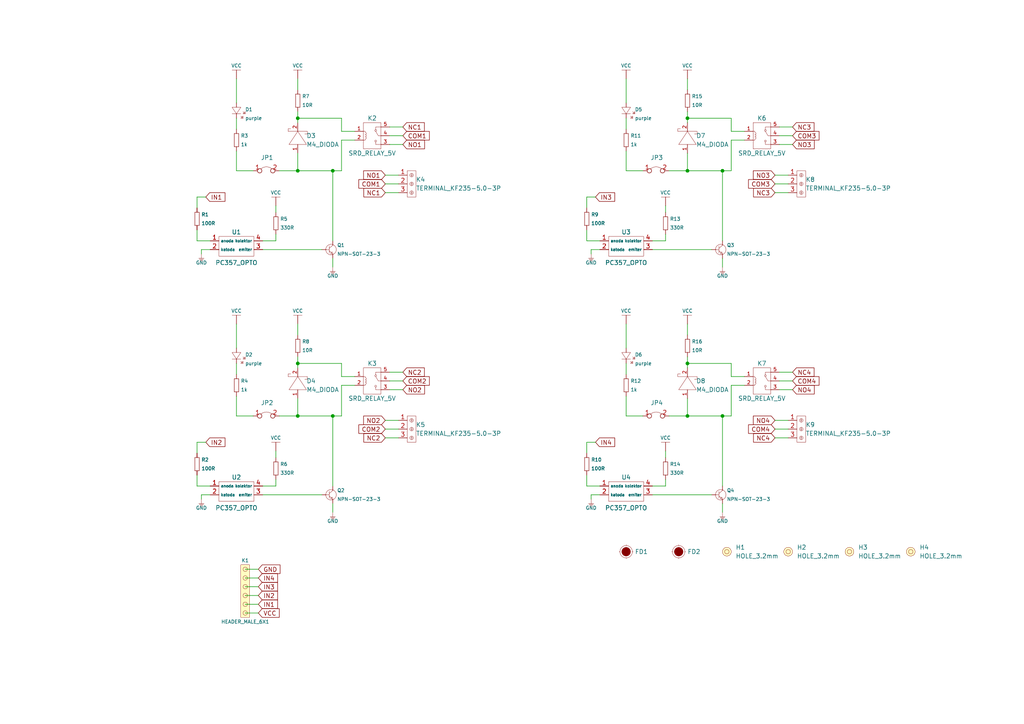
<source format=kicad_sch>
(kicad_sch (version 20210126) (generator eeschema)

  (paper "A4")

  (lib_symbols
    (symbol "e-radionica.com schematics:0402LED" (pin_numbers hide) (pin_names (offset 0.254) hide) (in_bom yes) (on_board yes)
      (property "Reference" "D" (id 0) (at -0.635 2.54 0)
        (effects (font (size 1 1)))
      )
      (property "Value" "0402LED" (id 1) (at 0 -2.54 0)
        (effects (font (size 1 1)))
      )
      (property "Footprint" "e-radionica.com footprinti:0402LED" (id 2) (at 0 5.08 0)
        (effects (font (size 1 1)) hide)
      )
      (property "Datasheet" "" (id 3) (at 0 0 0)
        (effects (font (size 1 1)) hide)
      )
      (property "Package" "0402" (id 4) (at 0 0 0)
        (effects (font (size 1.27 1.27)) hide)
      )
      (symbol "0402LED_0_1"
        (polyline
          (pts
            (xy -0.635 1.27)
            (xy -0.635 -1.27)
            (xy 1.27 0)
          )
          (stroke (width 0.0006)) (fill (type none))
        )
        (polyline
          (pts
            (xy -0.635 1.27)
            (xy 1.27 0)
          )
          (stroke (width 0.0006)) (fill (type none))
        )
        (polyline
          (pts
            (xy 1.27 1.27)
            (xy 1.27 -1.27)
          )
          (stroke (width 0.0006)) (fill (type none))
        )
        (polyline
          (pts
            (xy 0.635 1.905)
            (xy 1.27 2.54)
          )
          (stroke (width 0.0006)) (fill (type none))
        )
        (polyline
          (pts
            (xy 1.905 1.27)
            (xy 2.54 1.905)
          )
          (stroke (width 0.0006)) (fill (type none))
        )
        (polyline
          (pts
            (xy 2.54 1.905)
            (xy 1.905 1.905)
            (xy 2.54 1.27)
            (xy 2.54 1.905)
          )
          (stroke (width 0.0006)) (fill (type none))
        )
        (polyline
          (pts
            (xy 1.27 2.54)
            (xy 0.635 2.54)
            (xy 1.27 1.905)
            (xy 1.27 2.54)
          )
          (stroke (width 0.0006)) (fill (type none))
        )
      )
      (symbol "0402LED_1_1"
        (pin passive line (at -1.905 0 0) (length 1.27)
          (name "A" (effects (font (size 1.27 1.27))))
          (number "1" (effects (font (size 1.27 1.27))))
        )
        (pin passive line (at 2.54 0 180) (length 1.27)
          (name "K" (effects (font (size 1.27 1.27))))
          (number "2" (effects (font (size 1.27 1.27))))
        )
      )
    )
    (symbol "e-radionica.com schematics:0402R" (pin_numbers hide) (pin_names (offset 0.254)) (in_bom yes) (on_board yes)
      (property "Reference" "R" (id 0) (at -1.905 1.27 0)
        (effects (font (size 1 1)))
      )
      (property "Value" "0402R" (id 1) (at 0 -1.27 0)
        (effects (font (size 1 1)))
      )
      (property "Footprint" "e-radionica.com footprinti:0402R" (id 2) (at -2.54 1.905 0)
        (effects (font (size 1 1)) hide)
      )
      (property "Datasheet" "" (id 3) (at -2.54 1.905 0)
        (effects (font (size 1 1)) hide)
      )
      (symbol "0402R_0_1"
        (rectangle (start -1.905 0.635) (end -1.8796 -0.635)
          (stroke (width 0.1)) (fill (type none))
        )
        (rectangle (start -1.905 0.635) (end 1.905 0.6096)
          (stroke (width 0.1)) (fill (type none))
        )
        (rectangle (start -1.905 -0.635) (end 1.905 -0.6604)
          (stroke (width 0.1)) (fill (type none))
        )
        (rectangle (start 1.905 0.635) (end 1.9304 -0.635)
          (stroke (width 0.1)) (fill (type none))
        )
      )
      (symbol "0402R_1_1"
        (pin passive line (at -3.175 0 0) (length 1.27)
          (name "~" (effects (font (size 1.27 1.27))))
          (number "1" (effects (font (size 1.27 1.27))))
        )
        (pin passive line (at 3.175 0 180) (length 1.27)
          (name "~" (effects (font (size 1.27 1.27))))
          (number "2" (effects (font (size 1.27 1.27))))
        )
      )
    )
    (symbol "e-radionica.com schematics:0603R" (pin_numbers hide) (pin_names (offset 0.254)) (in_bom yes) (on_board yes)
      (property "Reference" "R" (id 0) (at -1.905 1.905 0)
        (effects (font (size 1 1)))
      )
      (property "Value" "0603R" (id 1) (at 0 -1.905 0)
        (effects (font (size 1 1)))
      )
      (property "Footprint" "e-radionica.com footprinti:0603R" (id 2) (at -0.635 1.905 0)
        (effects (font (size 1 1)) hide)
      )
      (property "Datasheet" "" (id 3) (at -0.635 1.905 0)
        (effects (font (size 1 1)) hide)
      )
      (symbol "0603R_0_1"
        (rectangle (start -1.905 0.635) (end -1.8796 -0.635)
          (stroke (width 0.1)) (fill (type none))
        )
        (rectangle (start -1.905 0.635) (end 1.905 0.6096)
          (stroke (width 0.1)) (fill (type none))
        )
        (rectangle (start -1.905 -0.635) (end 1.905 -0.6604)
          (stroke (width 0.1)) (fill (type none))
        )
        (rectangle (start 1.905 0.635) (end 1.9304 -0.635)
          (stroke (width 0.1)) (fill (type none))
        )
      )
      (symbol "0603R_1_1"
        (pin passive line (at -3.175 0 0) (length 1.27)
          (name "~" (effects (font (size 1.27 1.27))))
          (number "1" (effects (font (size 1.27 1.27))))
        )
        (pin passive line (at 3.175 0 180) (length 1.27)
          (name "~" (effects (font (size 1.27 1.27))))
          (number "2" (effects (font (size 1.27 1.27))))
        )
      )
    )
    (symbol "e-radionica.com schematics:Fiducial_Stencil" (pin_numbers hide) (pin_names hide) (in_bom yes) (on_board yes)
      (property "Reference" "FD?" (id 0) (at 0 3.048 0)
        (effects (font (size 1.27 1.27)))
      )
      (property "Value" "Fiducial_Stencil" (id 1) (at 0 -2.794 0)
        (effects (font (size 1.27 1.27)) hide)
      )
      (property "Footprint" "e-radionica.com footprinti:FIDUCIAL_1MM_PASTE" (id 2) (at 0 -6.35 0)
        (effects (font (size 1.27 1.27)) hide)
      )
      (property "Datasheet" "" (id 3) (at 0 0 0)
        (effects (font (size 1.27 1.27)) hide)
      )
      (symbol "Fiducial_Stencil_0_1"
        (circle (center 0 0) (radius 1.7961) (stroke (width 0.0006)) (fill (type none)))
        (circle (center 0 0) (radius 1.27) (stroke (width 0.001)) (fill (type outline)))
        (polyline
          (pts
            (xy 1.778 0)
            (xy 2.032 0)
          )
          (stroke (width 0.0006)) (fill (type none))
        )
        (polyline
          (pts
            (xy 0 1.778)
            (xy 0 2.032)
          )
          (stroke (width 0.0006)) (fill (type none))
        )
        (polyline
          (pts
            (xy -1.778 0)
            (xy -2.032 0)
          )
          (stroke (width 0.0006)) (fill (type none))
        )
        (polyline
          (pts
            (xy 0 -1.778)
            (xy 0 -2.032)
          )
          (stroke (width 0.0006)) (fill (type none))
        )
      )
    )
    (symbol "e-radionica.com schematics:GND" (power) (pin_names (offset 0)) (in_bom yes) (on_board yes)
      (property "Reference" "#PWR" (id 0) (at 4.445 0 0)
        (effects (font (size 1 1)) hide)
      )
      (property "Value" "GND" (id 1) (at 0 -2.921 0)
        (effects (font (size 1 1)))
      )
      (property "Footprint" "" (id 2) (at 4.445 3.81 0)
        (effects (font (size 1 1)) hide)
      )
      (property "Datasheet" "" (id 3) (at 4.445 3.81 0)
        (effects (font (size 1 1)) hide)
      )
      (property "ki_keywords" "power-flag" (id 4) (at 0 0 0)
        (effects (font (size 1.27 1.27)) hide)
      )
      (property "ki_description" "Power symbol creates a global label with name \"+3V3\"" (id 5) (at 0 0 0)
        (effects (font (size 1.27 1.27)) hide)
      )
      (symbol "GND_0_1"
        (polyline
          (pts
            (xy 0 0)
            (xy 0 -1.27)
          )
          (stroke (width 0.0006)) (fill (type none))
        )
        (polyline
          (pts
            (xy -0.762 -1.27)
            (xy 0.762 -1.27)
          )
          (stroke (width 0.0006)) (fill (type none))
        )
        (polyline
          (pts
            (xy -0.381 -1.778)
            (xy 0.381 -1.778)
          )
          (stroke (width 0.0006)) (fill (type none))
        )
        (polyline
          (pts
            (xy -0.127 -2.032)
            (xy 0.127 -2.032)
          )
          (stroke (width 0.0006)) (fill (type none))
        )
        (polyline
          (pts
            (xy -0.635 -1.524)
            (xy 0.635 -1.524)
          )
          (stroke (width 0.0006)) (fill (type none))
        )
      )
      (symbol "GND_1_1"
        (pin power_in line (at 0 0 270) (length 0) hide
          (name "GND" (effects (font (size 1.27 1.27))))
          (number "1" (effects (font (size 1.27 1.27))))
        )
      )
    )
    (symbol "e-radionica.com schematics:HEADER_MALE_6X1" (pin_numbers hide) (pin_names hide) (in_bom yes) (on_board yes)
      (property "Reference" "K" (id 0) (at -0.635 10.16 0)
        (effects (font (size 1 1)))
      )
      (property "Value" "HEADER_MALE_6X1" (id 1) (at 1.27 -7.62 0)
        (effects (font (size 1 1)))
      )
      (property "Footprint" "e-radionica.com footprinti:HEADER_MALE_6X1" (id 2) (at 0 0 0)
        (effects (font (size 1 1)) hide)
      )
      (property "Datasheet" "" (id 3) (at 0 0 0)
        (effects (font (size 1 1)) hide)
      )
      (symbol "HEADER_MALE_6X1_0_1"
        (circle (center 0 7.62) (radius 0.635) (stroke (width 0.0006)) (fill (type none)))
        (circle (center 0 5.08) (radius 0.635) (stroke (width 0.0006)) (fill (type none)))
        (circle (center 0 2.54) (radius 0.635) (stroke (width 0.0006)) (fill (type none)))
        (circle (center 0 0) (radius 0.635) (stroke (width 0.0006)) (fill (type none)))
        (circle (center 0 -2.54) (radius 0.635) (stroke (width 0.0006)) (fill (type none)))
        (circle (center 0 -5.08) (radius 0.635) (stroke (width 0.0006)) (fill (type none)))
        (rectangle (start 1.27 -6.35) (end -1.27 8.89)
          (stroke (width 0.001)) (fill (type background))
        )
      )
      (symbol "HEADER_MALE_6X1_1_1"
        (pin passive line (at 0 -5.08 180) (length 0)
          (name "~" (effects (font (size 0.991 0.991))))
          (number "1" (effects (font (size 0.991 0.991))))
        )
        (pin passive line (at 0 -2.54 180) (length 0)
          (name "~" (effects (font (size 0.991 0.991))))
          (number "2" (effects (font (size 0.991 0.991))))
        )
        (pin passive line (at 0 0 180) (length 0)
          (name "~" (effects (font (size 0.991 0.991))))
          (number "3" (effects (font (size 0.991 0.991))))
        )
        (pin passive line (at 0 2.54 180) (length 0)
          (name "~" (effects (font (size 0.991 0.991))))
          (number "4" (effects (font (size 0.991 0.991))))
        )
        (pin passive line (at 0 5.08 180) (length 0)
          (name "~" (effects (font (size 0.991 0.991))))
          (number "5" (effects (font (size 0.991 0.991))))
        )
        (pin passive line (at 0 7.62 180) (length 0)
          (name "~" (effects (font (size 0.991 0.991))))
          (number "6" (effects (font (size 0.991 0.991))))
        )
      )
    )
    (symbol "e-radionica.com schematics:HOLE_3.2mm" (pin_numbers hide) (pin_names hide) (in_bom yes) (on_board yes)
      (property "Reference" "H" (id 0) (at 0 2.54 0)
        (effects (font (size 1.27 1.27)))
      )
      (property "Value" "HOLE_3.2mm" (id 1) (at 0 -2.54 0)
        (effects (font (size 1.27 1.27)))
      )
      (property "Footprint" "e-radionica.com footprinti:HOLE_3.2mm" (id 2) (at 0 0 0)
        (effects (font (size 1.27 1.27)) hide)
      )
      (property "Datasheet" "" (id 3) (at 0 0 0)
        (effects (font (size 1.27 1.27)) hide)
      )
      (symbol "HOLE_3.2mm_0_1"
        (circle (center 0 0) (radius 1.27) (stroke (width 0.001)) (fill (type background)))
        (circle (center 0 0) (radius 0.635) (stroke (width 0.0006)) (fill (type none)))
      )
    )
    (symbol "e-radionica.com schematics:M4_DIODA" (pin_names hide) (in_bom yes) (on_board yes)
      (property "Reference" "D" (id 0) (at 0 3.81 0)
        (effects (font (size 1.27 1.27)))
      )
      (property "Value" "M4_DIODA" (id 1) (at 0 -4.572 0)
        (effects (font (size 1.27 1.27)))
      )
      (property "Footprint" "e-radionica.com footprinti:M4_DIODA" (id 2) (at 0 -6.35 0)
        (effects (font (size 1.27 1.27)) hide)
      )
      (property "Datasheet" "" (id 3) (at 0 0 0)
        (effects (font (size 1.27 1.27)) hide)
      )
      (symbol "M4_DIODA_0_1"
        (polyline
          (pts
            (xy -2.54 2.54)
            (xy -2.54 -2.54)
            (xy 1.27 0)
            (xy -2.54 2.54)
          )
          (stroke (width 0.0006)) (fill (type none))
        )
        (polyline
          (pts
            (xy 1.27 2.794)
            (xy 1.27 -2.794)
            (xy 0.508 -2.794)
            (xy 0.508 -2.032)
          )
          (stroke (width 0.0006)) (fill (type none))
        )
        (polyline
          (pts
            (xy 1.27 2.794)
            (xy 2.032 2.794)
            (xy 2.032 2.032)
            (xy 2.032 2.54)
          )
          (stroke (width 0.0006)) (fill (type none))
        )
      )
      (symbol "M4_DIODA_1_1"
        (pin passive line (at -5.08 0 0) (length 2.54)
          (name "A" (effects (font (size 1 1))))
          (number "1" (effects (font (size 1 1))))
        )
        (pin passive line (at 3.81 0 180) (length 2.54)
          (name "K" (effects (font (size 1 1))))
          (number "2" (effects (font (size 1 1))))
        )
      )
    )
    (symbol "e-radionica.com schematics:NPN-SOT-23-3" (pin_numbers hide) (pin_names hide) (in_bom yes) (on_board yes)
      (property "Reference" "Q" (id 0) (at -2.286 2.921 0)
        (effects (font (size 1 1)))
      )
      (property "Value" "NPN-SOT-23-3" (id 1) (at 0 -3.81 0)
        (effects (font (size 1 1)))
      )
      (property "Footprint" "e-radionica.com footprinti:SOT-23-3" (id 2) (at 0 0 0)
        (effects (font (size 1 1)) hide)
      )
      (property "Datasheet" "" (id 3) (at 0 0 0)
        (effects (font (size 1 1)) hide)
      )
      (symbol "NPN-SOT-23-3_0_1"
        (circle (center -0.508 0) (radius 1.524) (stroke (width 0.0006)) (fill (type none)))
        (polyline
          (pts
            (xy -1.016 1.016)
            (xy -1.016 -1.016)
          )
          (stroke (width 0.0006)) (fill (type none))
        )
        (polyline
          (pts
            (xy -1.016 0.381)
            (xy 0 1.27)
          )
          (stroke (width 0.0006)) (fill (type none))
        )
        (polyline
          (pts
            (xy -1.016 -0.381)
            (xy -0.4064 -0.9144)
          )
          (stroke (width 0.1)) (fill (type none))
        )
        (polyline
          (pts
            (xy -2.032 0)
            (xy -1.016 0)
          )
          (stroke (width 0.0006)) (fill (type none))
        )
        (polyline
          (pts
            (xy -0.6096 -1.1684)
            (xy -0.2032 -0.6604)
            (xy 0 -1.27)
            (xy -0.6096 -1.1684)
          )
          (stroke (width 0.0006)) (fill (type none))
        )
      )
      (symbol "NPN-SOT-23-3_1_1"
        (pin passive line (at -3.175 0 0) (length 1.27)
          (name "B" (effects (font (size 1 1))))
          (number "1" (effects (font (size 1 1))))
        )
        (pin passive line (at 0 -2.54 90) (length 1.27)
          (name "E" (effects (font (size 1 1))))
          (number "2" (effects (font (size 1 1))))
        )
        (pin passive line (at 0 2.54 270) (length 1.27)
          (name "C" (effects (font (size 1 1))))
          (number "3" (effects (font (size 1 1))))
        )
      )
    )
    (symbol "e-radionica.com schematics:PC357_OPTO" (in_bom yes) (on_board yes)
      (property "Reference" "U" (id 0) (at 0 5.08 0)
        (effects (font (size 1.27 1.27)))
      )
      (property "Value" "PC357_OPTO" (id 1) (at 0 -5.08 0)
        (effects (font (size 1.27 1.27)))
      )
      (property "Footprint" "e-radionica.com footprinti:PC357_OPTO" (id 2) (at 0 0 0)
        (effects (font (size 1.27 1.27)) hide)
      )
      (property "Datasheet" "" (id 3) (at 0 0 0)
        (effects (font (size 1.27 1.27)) hide)
      )
      (symbol "PC357_OPTO_0_1"
        (rectangle (start -5.08 2.54) (end 5.08 -3.175)
          (stroke (width 0.0006)) (fill (type none))
        )
      )
      (symbol "PC357_OPTO_1_1"
        (pin passive line (at -7.62 1.27 0) (length 2.54)
          (name "anoda" (effects (font (size 0.8 0.8))))
          (number "1" (effects (font (size 1.27 1.27))))
        )
        (pin passive line (at -7.62 -1.27 0) (length 2.54)
          (name "katoda" (effects (font (size 0.8 0.8))))
          (number "2" (effects (font (size 1.27 1.27))))
        )
        (pin passive line (at 7.62 1.27 180) (length 2.54)
          (name "kolektor" (effects (font (size 0.8 0.8))))
          (number "4" (effects (font (size 1.27 1.27))))
        )
        (pin passive line (at 7.62 -1.27 180) (length 2.54)
          (name "emiter" (effects (font (size 0.8 0.8))))
          (number "3" (effects (font (size 1.27 1.27))))
        )
      )
    )
    (symbol "e-radionica.com schematics:SMD-JUMPER-CONNECTED_TRACE_NOSLODERMASK" (in_bom yes) (on_board yes)
      (property "Reference" "JP" (id 0) (at 0 3.556 0)
        (effects (font (size 1.27 1.27)))
      )
      (property "Value" "SMD-JUMPER-CONNECTED_TRACE_NOSLODERMASK" (id 1) (at 0 -2.54 0)
        (effects (font (size 1.27 1.27)))
      )
      (property "Footprint" "e-radionica.com footprinti:SMD-JUMPER-CONNECTED_TRACE_NOSLODERMASK" (id 2) (at 0 0 0)
        (effects (font (size 1.27 1.27)) hide)
      )
      (property "Datasheet" "" (id 3) (at 0 0 0)
        (effects (font (size 1.27 1.27)) hide)
      )
      (symbol "SMD-JUMPER-CONNECTED_TRACE_NOSLODERMASK_0_1"
        (arc (start -1.8034 0.5588) (end 1.397 0.5842) (radius (at -0.1875 -1.4124) (length 2.5489) (angles 129.3 51.6))
          (stroke (width 0.0006)) (fill (type none))
        )
      )
      (symbol "SMD-JUMPER-CONNECTED_TRACE_NOSLODERMASK_1_1"
        (pin passive inverted (at -4.064 0 0) (length 2.54)
          (name "" (effects (font (size 1.27 1.27))))
          (number "1" (effects (font (size 1.27 1.27))))
        )
        (pin passive inverted (at 3.556 0 180) (length 2.54)
          (name "" (effects (font (size 1.27 1.27))))
          (number "2" (effects (font (size 1.27 1.27))))
        )
      )
    )
    (symbol "e-radionica.com schematics:SRD_RELAY_5V" (in_bom yes) (on_board yes)
      (property "Reference" "K" (id 0) (at 0 3.81 0)
        (effects (font (size 1.27 1.27)))
      )
      (property "Value" "SRD_RELAY_5V" (id 1) (at 0 -6.35 0)
        (effects (font (size 1.27 1.27)))
      )
      (property "Footprint" "e-radionica.com footprinti:SRD_RELAY_5V" (id 2) (at 1.27 -8.89 0)
        (effects (font (size 1.27 1.27)) hide)
      )
      (property "Datasheet" "" (id 3) (at 0 0 0)
        (effects (font (size 1.27 1.27)) hide)
      )
      (symbol "SRD_RELAY_5V_0_1"
        (arc (start -1.9929 0.3175) (end -1.9929 0.9525) (radius (at -2.032 0.635) (length 0.3199) (angles -83 83))
          (stroke (width 0.0006)) (fill (type none))
        )
        (arc (start -1.9929 -0.3175) (end -1.9929 0.3175) (radius (at -2.032 0) (length 0.3199) (angles -83 83))
          (stroke (width 0.0006)) (fill (type none))
        )
        (arc (start -1.9929 -0.9525) (end -1.9929 -0.3175) (radius (at -2.032 -0.635) (length 0.3199) (angles -83 83))
          (stroke (width 0.0006)) (fill (type none))
        )
        (circle (center 1.016 -1.524) (radius 0.254) (stroke (width 0.0008)) (fill (type none)))
        (circle (center 1.016 1.524) (radius 0.254) (stroke (width 0.0006)) (fill (type none)))
        (rectangle (start 2.54 3.81) (end -2.54 -3.81)
          (stroke (width 0.0006)) (fill (type none))
        )
        (polyline
          (pts
            (xy 2.54 -2.54)
            (xy 2.032 -2.54)
            (xy 1.016 -2.54)
            (xy 1.016 -1.778)
          )
          (stroke (width 0.0006)) (fill (type none))
        )
        (polyline
          (pts
            (xy 2.54 2.54)
            (xy 1.016 2.54)
            (xy 1.016 1.778)
          )
          (stroke (width 0.0006)) (fill (type none))
        )
        (polyline
          (pts
            (xy 2.54 0)
            (xy 1.778 0)
            (xy 1.016 1.27)
          )
          (stroke (width 0.0006)) (fill (type none))
        )
        (polyline
          (pts
            (xy -2.54 1.27)
            (xy -2.032 1.27)
            (xy -2.032 1.016)
          )
          (stroke (width 0.0006)) (fill (type none))
        )
        (polyline
          (pts
            (xy -2.54 -1.27)
            (xy -2.032 -1.27)
            (xy -2.032 -1.016)
          )
          (stroke (width 0.0006)) (fill (type none))
        )
      )
      (symbol "SRD_RELAY_5V_1_1"
        (pin passive line (at -5.08 1.27 0) (length 2.54)
          (name "" (effects (font (size 1 1))))
          (number "1" (effects (font (size 1 1))))
        )
        (pin passive line (at -5.08 -1.27 0) (length 2.54)
          (name "" (effects (font (size 1 1))))
          (number "2" (effects (font (size 1 1))))
        )
        (pin passive line (at 5.08 0 180) (length 2.54)
          (name "" (effects (font (size 1 1))))
          (number "4" (effects (font (size 1 1))))
        )
        (pin passive line (at 5.08 2.54 180) (length 2.54)
          (name "" (effects (font (size 1 1))))
          (number "5" (effects (font (size 1 1))))
        )
        (pin passive line (at 5.08 -2.54 180) (length 2.54)
          (name "" (effects (font (size 1 1))))
          (number "3" (effects (font (size 1 1))))
        )
      )
    )
    (symbol "e-radionica.com schematics:TERMINAL_KF235-5.0-3P" (in_bom yes) (on_board yes)
      (property "Reference" "K" (id 0) (at 0 5.08 0)
        (effects (font (size 1.27 1.27)))
      )
      (property "Value" "TERMINAL_KF235-5.0-3P" (id 1) (at 0 -5.08 0)
        (effects (font (size 1.27 1.27)))
      )
      (property "Footprint" "e-radionica.com footprinti:TERMINAL_KF235-5.0-3P" (id 2) (at 0 -7.62 0)
        (effects (font (size 1.27 1.27)) hide)
      )
      (property "Datasheet" "" (id 3) (at 0 0 0)
        (effects (font (size 1.27 1.27)) hide)
      )
      (symbol "TERMINAL_KF235-5.0-3P_0_1"
        (circle (center 0 2.54) (radius 0.508) (stroke (width 0.0006)) (fill (type none)))
        (circle (center 0 0) (radius 0.508) (stroke (width 0.0006)) (fill (type none)))
        (circle (center 0 -2.54) (radius 0.508) (stroke (width 0.0006)) (fill (type none)))
        (rectangle (start -1.27 3.81) (end 1.27 -3.81)
          (stroke (width 0.0006)) (fill (type none))
        )
        (polyline
          (pts
            (xy 0 0.508)
            (xy 0 -0.508)
          )
          (stroke (width 0.0006)) (fill (type none))
        )
        (polyline
          (pts
            (xy -0.254 0)
            (xy 0.254 0)
          )
          (stroke (width 0.0006)) (fill (type none))
        )
        (polyline
          (pts
            (xy 0 3.048)
            (xy 0 2.032)
          )
          (stroke (width 0.0006)) (fill (type none))
        )
        (polyline
          (pts
            (xy -0.254 2.54)
            (xy 0.254 2.54)
          )
          (stroke (width 0.0006)) (fill (type none))
        )
        (polyline
          (pts
            (xy 0 -2.032)
            (xy 0 -3.048)
          )
          (stroke (width 0.0006)) (fill (type none))
        )
        (polyline
          (pts
            (xy -0.254 -2.54)
            (xy 0.254 -2.54)
          )
          (stroke (width 0.0006)) (fill (type none))
        )
      )
      (symbol "TERMINAL_KF235-5.0-3P_1_1"
        (pin input line (at -3.81 2.54 0) (length 2.54)
          (name "~" (effects (font (size 1.27 1.27))))
          (number "1" (effects (font (size 1.27 1.27))))
        )
        (pin input line (at -3.81 0 0) (length 2.54)
          (name "~" (effects (font (size 1.27 1.27))))
          (number "2" (effects (font (size 1.27 1.27))))
        )
        (pin input line (at -3.81 -2.54 0) (length 2.54)
          (name "~" (effects (font (size 1.27 1.27))))
          (number "3" (effects (font (size 1.27 1.27))))
        )
      )
    )
    (symbol "e-radionica.com schematics:VCC" (power) (pin_names (offset 0)) (in_bom yes) (on_board yes)
      (property "Reference" "#PWR" (id 0) (at 4.445 0 0)
        (effects (font (size 1 1)) hide)
      )
      (property "Value" "VCC" (id 1) (at 0 3.556 0)
        (effects (font (size 1 1)))
      )
      (property "Footprint" "" (id 2) (at 4.445 3.81 0)
        (effects (font (size 1 1)) hide)
      )
      (property "Datasheet" "" (id 3) (at 4.445 3.81 0)
        (effects (font (size 1 1)) hide)
      )
      (property "ki_keywords" "power-flag" (id 4) (at 0 0 0)
        (effects (font (size 1.27 1.27)) hide)
      )
      (property "ki_description" "Power symbol creates a global label with name \"+3V3\"" (id 5) (at 0 0 0)
        (effects (font (size 1.27 1.27)) hide)
      )
      (symbol "VCC_0_1"
        (polyline
          (pts
            (xy 0 0)
            (xy 0 2.54)
          )
          (stroke (width 0)) (fill (type none))
        )
        (polyline
          (pts
            (xy -1.27 2.54)
            (xy 1.27 2.54)
          )
          (stroke (width 0.0006)) (fill (type none))
        )
      )
      (symbol "VCC_1_1"
        (pin power_in line (at 0 0 90) (length 0) hide
          (name "VCC" (effects (font (size 1.27 1.27))))
          (number "1" (effects (font (size 1.27 1.27))))
        )
      )
    )
  )

  (junction (at 86.36 34.29) (diameter 0.9144) (color 0 0 0 0))
  (junction (at 86.36 49.53) (diameter 0.9144) (color 0 0 0 0))
  (junction (at 86.36 105.41) (diameter 0.9144) (color 0 0 0 0))
  (junction (at 86.36 120.65) (diameter 0.9144) (color 0 0 0 0))
  (junction (at 96.52 49.53) (diameter 0.9144) (color 0 0 0 0))
  (junction (at 96.52 120.65) (diameter 0.9144) (color 0 0 0 0))
  (junction (at 199.39 34.29) (diameter 0.9144) (color 0 0 0 0))
  (junction (at 199.39 49.53) (diameter 0.9144) (color 0 0 0 0))
  (junction (at 199.39 105.41) (diameter 0.9144) (color 0 0 0 0))
  (junction (at 199.39 120.65) (diameter 0.9144) (color 0 0 0 0))
  (junction (at 209.55 49.53) (diameter 0.9144) (color 0 0 0 0))
  (junction (at 209.55 120.65) (diameter 0.9144) (color 0 0 0 0))

  (wire (pts (xy 57.15 57.15) (xy 59.69 57.15))
    (stroke (width 0) (type solid) (color 0 0 0 0))
    (uuid f8c5fa9c-0511-4109-adf8-4b0560a762b5)
  )
  (wire (pts (xy 57.15 60.325) (xy 57.15 57.15))
    (stroke (width 0) (type solid) (color 0 0 0 0))
    (uuid b190f838-b97f-4071-9fad-de2e63e32406)
  )
  (wire (pts (xy 57.15 69.85) (xy 57.15 66.675))
    (stroke (width 0) (type solid) (color 0 0 0 0))
    (uuid ec2f5165-cb5f-4aa2-8d58-30a6000519ee)
  )
  (wire (pts (xy 57.15 128.27) (xy 59.69 128.27))
    (stroke (width 0) (type solid) (color 0 0 0 0))
    (uuid cbaa1f05-7eae-4a54-93d0-c1cb830afbb3)
  )
  (wire (pts (xy 57.15 131.445) (xy 57.15 128.27))
    (stroke (width 0) (type solid) (color 0 0 0 0))
    (uuid 52bb9157-e084-4411-aec8-cd00d4edbafe)
  )
  (wire (pts (xy 57.15 140.97) (xy 57.15 137.795))
    (stroke (width 0) (type solid) (color 0 0 0 0))
    (uuid 7c9e63fd-a63d-41a9-b209-052685f2ca8b)
  )
  (wire (pts (xy 58.42 72.39) (xy 58.42 73.66))
    (stroke (width 0) (type solid) (color 0 0 0 0))
    (uuid c11a8b89-fb47-4c71-8c80-efc922974428)
  )
  (wire (pts (xy 58.42 143.51) (xy 58.42 144.78))
    (stroke (width 0) (type solid) (color 0 0 0 0))
    (uuid a2bcb90a-68b1-44b9-a133-8f63a82849c6)
  )
  (wire (pts (xy 60.96 69.85) (xy 57.15 69.85))
    (stroke (width 0) (type solid) (color 0 0 0 0))
    (uuid f5ce32f8-7322-403b-a6bd-1744ded0e06d)
  )
  (wire (pts (xy 60.96 72.39) (xy 58.42 72.39))
    (stroke (width 0) (type solid) (color 0 0 0 0))
    (uuid 13138dac-513e-488f-b8b0-5b9acef07a72)
  )
  (wire (pts (xy 60.96 140.97) (xy 57.15 140.97))
    (stroke (width 0) (type solid) (color 0 0 0 0))
    (uuid fa097118-1f88-4050-9de7-2f28306503d2)
  )
  (wire (pts (xy 60.96 143.51) (xy 58.42 143.51))
    (stroke (width 0) (type solid) (color 0 0 0 0))
    (uuid 4f31489a-39c5-44bd-8590-0d4cd12ec037)
  )
  (wire (pts (xy 68.58 22.86) (xy 68.58 29.845))
    (stroke (width 0) (type solid) (color 0 0 0 0))
    (uuid 76122bc2-8e72-4a55-8b31-af9493c00270)
  )
  (wire (pts (xy 68.58 34.29) (xy 68.58 37.465))
    (stroke (width 0) (type solid) (color 0 0 0 0))
    (uuid 2e751c4a-4abf-4224-97c4-ba6478a6c6f1)
  )
  (wire (pts (xy 68.58 43.815) (xy 68.58 49.53))
    (stroke (width 0) (type solid) (color 0 0 0 0))
    (uuid 7f5d73fe-e6dd-453a-863c-d0fc611188ef)
  )
  (wire (pts (xy 68.58 49.53) (xy 73.406 49.53))
    (stroke (width 0) (type solid) (color 0 0 0 0))
    (uuid 75b586a4-325f-4b43-8bee-d800ce26f6e2)
  )
  (wire (pts (xy 68.58 93.98) (xy 68.58 100.965))
    (stroke (width 0) (type solid) (color 0 0 0 0))
    (uuid 3f615b20-e245-4b4e-802a-e9132e260a11)
  )
  (wire (pts (xy 68.58 105.41) (xy 68.58 108.585))
    (stroke (width 0) (type solid) (color 0 0 0 0))
    (uuid c365b366-d735-4a87-ba4a-c1523a63bfdc)
  )
  (wire (pts (xy 68.58 114.935) (xy 68.58 120.65))
    (stroke (width 0) (type solid) (color 0 0 0 0))
    (uuid 39391b04-8802-4895-be2e-f87be4707d14)
  )
  (wire (pts (xy 68.58 120.65) (xy 73.406 120.65))
    (stroke (width 0) (type solid) (color 0 0 0 0))
    (uuid 65e2a7c5-7202-470c-bf1d-4d181b78e158)
  )
  (wire (pts (xy 71.12 165.1) (xy 74.93 165.1))
    (stroke (width 0) (type solid) (color 0 0 0 0))
    (uuid e4f7dd7e-80c7-4e15-82fe-6ea423872527)
  )
  (wire (pts (xy 71.12 167.64) (xy 74.93 167.64))
    (stroke (width 0) (type solid) (color 0 0 0 0))
    (uuid 861b4373-9943-422b-9ef5-1daadffdd8ee)
  )
  (wire (pts (xy 71.12 170.18) (xy 74.93 170.18))
    (stroke (width 0) (type solid) (color 0 0 0 0))
    (uuid 365b295c-ba5c-4051-bc6a-2fd6a83823f9)
  )
  (wire (pts (xy 71.12 172.72) (xy 74.93 172.72))
    (stroke (width 0) (type solid) (color 0 0 0 0))
    (uuid d38639ca-ed03-4397-a2c3-9b3cd2fcdca2)
  )
  (wire (pts (xy 71.12 175.26) (xy 74.93 175.26))
    (stroke (width 0) (type solid) (color 0 0 0 0))
    (uuid df24182b-a577-4e6a-b614-4737fc93b0b1)
  )
  (wire (pts (xy 71.12 177.8) (xy 74.93 177.8))
    (stroke (width 0) (type solid) (color 0 0 0 0))
    (uuid 52b17296-1adb-4898-b069-18ac4546c427)
  )
  (wire (pts (xy 76.2 69.85) (xy 80.01 69.85))
    (stroke (width 0) (type solid) (color 0 0 0 0))
    (uuid c1571810-a6a5-4cd0-909d-b00f5c63bac1)
  )
  (wire (pts (xy 76.2 72.39) (xy 93.345 72.39))
    (stroke (width 0) (type solid) (color 0 0 0 0))
    (uuid 6a4b83e0-5607-458a-9a58-c479aa60fcdd)
  )
  (wire (pts (xy 76.2 140.97) (xy 80.01 140.97))
    (stroke (width 0) (type solid) (color 0 0 0 0))
    (uuid 5e87963d-ed84-4089-88f9-7076427c3a13)
  )
  (wire (pts (xy 76.2 143.51) (xy 93.345 143.51))
    (stroke (width 0) (type solid) (color 0 0 0 0))
    (uuid fac21151-41d7-41de-a914-83ae3e59d80e)
  )
  (wire (pts (xy 80.01 59.69) (xy 80.01 61.595))
    (stroke (width 0) (type solid) (color 0 0 0 0))
    (uuid 7a96f93e-654c-4aac-939f-ada28cd99f17)
  )
  (wire (pts (xy 80.01 67.945) (xy 80.01 69.85))
    (stroke (width 0) (type solid) (color 0 0 0 0))
    (uuid 20ced240-f085-4070-b439-6880d524155f)
  )
  (wire (pts (xy 80.01 130.81) (xy 80.01 132.715))
    (stroke (width 0) (type solid) (color 0 0 0 0))
    (uuid 8033ba4a-31a4-4eac-967a-9614326cca88)
  )
  (wire (pts (xy 80.01 139.065) (xy 80.01 140.97))
    (stroke (width 0) (type solid) (color 0 0 0 0))
    (uuid 5114f870-3123-4c8b-bb88-c5b61daba4c2)
  )
  (wire (pts (xy 81.026 49.53) (xy 86.36 49.53))
    (stroke (width 0) (type solid) (color 0 0 0 0))
    (uuid 74c08f20-1cf6-422c-8666-1c5c886d60ef)
  )
  (wire (pts (xy 81.026 120.65) (xy 86.36 120.65))
    (stroke (width 0) (type solid) (color 0 0 0 0))
    (uuid 27942576-11ea-4335-94b6-b0a68b9a77b4)
  )
  (wire (pts (xy 86.36 22.86) (xy 86.36 26.035))
    (stroke (width 0) (type solid) (color 0 0 0 0))
    (uuid d7c8b466-d04b-4712-a693-d6ac70088299)
  )
  (wire (pts (xy 86.36 32.385) (xy 86.36 34.29))
    (stroke (width 0) (type solid) (color 0 0 0 0))
    (uuid 4f3cf0f3-70e1-492f-9b29-8ba7c7a5e978)
  )
  (wire (pts (xy 86.36 34.29) (xy 86.36 35.56))
    (stroke (width 0) (type solid) (color 0 0 0 0))
    (uuid b3f7c793-2c2d-4659-b51f-89132f223e19)
  )
  (wire (pts (xy 86.36 34.29) (xy 99.06 34.29))
    (stroke (width 0) (type solid) (color 0 0 0 0))
    (uuid 379049e2-5e7d-48ec-b07f-360961e909b6)
  )
  (wire (pts (xy 86.36 49.53) (xy 86.36 44.45))
    (stroke (width 0) (type solid) (color 0 0 0 0))
    (uuid 7a4d9d75-ad34-46ba-93f5-fb4aaa19aca2)
  )
  (wire (pts (xy 86.36 49.53) (xy 96.52 49.53))
    (stroke (width 0) (type solid) (color 0 0 0 0))
    (uuid f49e09a5-e5ff-4bde-855b-ba65b95e26c3)
  )
  (wire (pts (xy 86.36 93.98) (xy 86.36 97.155))
    (stroke (width 0) (type solid) (color 0 0 0 0))
    (uuid 8c5ced6a-a25f-4118-9c07-56bc164cea94)
  )
  (wire (pts (xy 86.36 103.505) (xy 86.36 105.41))
    (stroke (width 0) (type solid) (color 0 0 0 0))
    (uuid 98042185-a10d-4c5b-835f-ab69e1df0e97)
  )
  (wire (pts (xy 86.36 105.41) (xy 86.36 106.68))
    (stroke (width 0) (type solid) (color 0 0 0 0))
    (uuid 6d9e8e8c-7bae-4684-bde5-a469526bb6d5)
  )
  (wire (pts (xy 86.36 105.41) (xy 99.06 105.41))
    (stroke (width 0) (type solid) (color 0 0 0 0))
    (uuid d6e3baa2-4bfd-4000-9fba-6c7e340e3ec3)
  )
  (wire (pts (xy 86.36 120.65) (xy 86.36 115.57))
    (stroke (width 0) (type solid) (color 0 0 0 0))
    (uuid 975ce209-7b24-4055-bbd7-27b08c9052a3)
  )
  (wire (pts (xy 86.36 120.65) (xy 96.52 120.65))
    (stroke (width 0) (type solid) (color 0 0 0 0))
    (uuid 0fd0c160-a69a-4ee9-b3d5-dab6bb849ba7)
  )
  (wire (pts (xy 96.52 49.53) (xy 96.52 69.85))
    (stroke (width 0) (type solid) (color 0 0 0 0))
    (uuid e47fc33e-819d-4c00-8b96-1cd3a7329b9a)
  )
  (wire (pts (xy 96.52 49.53) (xy 99.06 49.53))
    (stroke (width 0) (type solid) (color 0 0 0 0))
    (uuid f2257607-3d94-471c-89d8-1bbefe99ec0f)
  )
  (wire (pts (xy 96.52 74.93) (xy 96.52 77.47))
    (stroke (width 0) (type solid) (color 0 0 0 0))
    (uuid 558165c2-0e51-44c2-bb16-93b8c2886fec)
  )
  (wire (pts (xy 96.52 120.65) (xy 96.52 140.97))
    (stroke (width 0) (type solid) (color 0 0 0 0))
    (uuid 2500458f-858f-4c29-a29d-2b6c07c7f838)
  )
  (wire (pts (xy 96.52 120.65) (xy 99.06 120.65))
    (stroke (width 0) (type solid) (color 0 0 0 0))
    (uuid e7d17301-bb84-44a3-940e-3785315bc874)
  )
  (wire (pts (xy 96.52 146.05) (xy 96.52 148.59))
    (stroke (width 0) (type solid) (color 0 0 0 0))
    (uuid ef204542-72dd-4f83-bbd6-b864730929ab)
  )
  (wire (pts (xy 99.06 38.1) (xy 99.06 34.29))
    (stroke (width 0) (type solid) (color 0 0 0 0))
    (uuid a6bf38dc-52ee-4e5f-acab-94d5e16efdaf)
  )
  (wire (pts (xy 99.06 40.64) (xy 99.06 49.53))
    (stroke (width 0) (type solid) (color 0 0 0 0))
    (uuid bccdd472-2fe6-405f-9039-b78f24acb2c5)
  )
  (wire (pts (xy 99.06 109.22) (xy 99.06 105.41))
    (stroke (width 0) (type solid) (color 0 0 0 0))
    (uuid 59f902ae-a303-4a32-b445-ece4f621e0e3)
  )
  (wire (pts (xy 99.06 111.76) (xy 99.06 120.65))
    (stroke (width 0) (type solid) (color 0 0 0 0))
    (uuid 974c1f28-041d-4ba5-bab7-579c1675d790)
  )
  (wire (pts (xy 102.87 38.1) (xy 99.06 38.1))
    (stroke (width 0) (type solid) (color 0 0 0 0))
    (uuid 97553109-7b97-451c-9bac-4ae724423499)
  )
  (wire (pts (xy 102.87 40.64) (xy 99.06 40.64))
    (stroke (width 0) (type solid) (color 0 0 0 0))
    (uuid 5c841e89-62ab-4152-87db-822df4da9de1)
  )
  (wire (pts (xy 102.87 109.22) (xy 99.06 109.22))
    (stroke (width 0) (type solid) (color 0 0 0 0))
    (uuid 9cb56759-e996-4924-8497-50010dfabdbf)
  )
  (wire (pts (xy 102.87 111.76) (xy 99.06 111.76))
    (stroke (width 0) (type solid) (color 0 0 0 0))
    (uuid 4218ab79-ca41-45d4-80da-6d21e3d467bf)
  )
  (wire (pts (xy 111.76 50.8) (xy 115.57 50.8))
    (stroke (width 0) (type solid) (color 0 0 0 0))
    (uuid 7b4b6acb-e082-4eb9-a996-2e1f045fcb41)
  )
  (wire (pts (xy 111.76 53.34) (xy 115.57 53.34))
    (stroke (width 0) (type solid) (color 0 0 0 0))
    (uuid a3b279b5-e702-4723-96bf-a67939063b97)
  )
  (wire (pts (xy 111.76 55.88) (xy 115.57 55.88))
    (stroke (width 0) (type solid) (color 0 0 0 0))
    (uuid ac9e051f-1017-496f-8bc0-4e7979abbc5d)
  )
  (wire (pts (xy 111.76 121.92) (xy 115.57 121.92))
    (stroke (width 0) (type solid) (color 0 0 0 0))
    (uuid 63152116-e214-4a25-a042-b20c01d2b1a7)
  )
  (wire (pts (xy 111.76 124.46) (xy 115.57 124.46))
    (stroke (width 0) (type solid) (color 0 0 0 0))
    (uuid cf33f1bc-9805-49a5-8faa-6fdf1ab53805)
  )
  (wire (pts (xy 111.76 127) (xy 115.57 127))
    (stroke (width 0) (type solid) (color 0 0 0 0))
    (uuid b3449b78-3d90-4c09-903e-d75699c7db8d)
  )
  (wire (pts (xy 113.03 36.83) (xy 116.84 36.83))
    (stroke (width 0) (type solid) (color 0 0 0 0))
    (uuid ad8644d9-25ec-4146-a885-7b57c31a9071)
  )
  (wire (pts (xy 113.03 39.37) (xy 116.84 39.37))
    (stroke (width 0) (type solid) (color 0 0 0 0))
    (uuid 39091a6c-5c1c-41ac-a51d-96d7246d3c81)
  )
  (wire (pts (xy 113.03 41.91) (xy 116.84 41.91))
    (stroke (width 0) (type solid) (color 0 0 0 0))
    (uuid 08d06c76-b350-454f-a6f1-a9ecca7b5f00)
  )
  (wire (pts (xy 113.03 107.95) (xy 116.84 107.95))
    (stroke (width 0) (type solid) (color 0 0 0 0))
    (uuid b7cefbcd-2fb5-4311-a699-90a7425527ac)
  )
  (wire (pts (xy 113.03 110.49) (xy 116.84 110.49))
    (stroke (width 0) (type solid) (color 0 0 0 0))
    (uuid 1f482b50-b81c-47a1-93d8-3bf8f35db164)
  )
  (wire (pts (xy 113.03 113.03) (xy 116.84 113.03))
    (stroke (width 0) (type solid) (color 0 0 0 0))
    (uuid f7a234c3-51cb-478e-8c25-b2ccebc84c11)
  )
  (wire (pts (xy 170.18 57.15) (xy 172.72 57.15))
    (stroke (width 0) (type solid) (color 0 0 0 0))
    (uuid 73b8d51b-0b0b-4a6f-b3fb-54b987cf29c9)
  )
  (wire (pts (xy 170.18 60.325) (xy 170.18 57.15))
    (stroke (width 0) (type solid) (color 0 0 0 0))
    (uuid f938c2c0-7cb8-4f83-8406-d72a333be77c)
  )
  (wire (pts (xy 170.18 69.85) (xy 170.18 66.675))
    (stroke (width 0) (type solid) (color 0 0 0 0))
    (uuid 19692528-f649-46a0-a19d-55ae4d134460)
  )
  (wire (pts (xy 170.18 128.27) (xy 172.72 128.27))
    (stroke (width 0) (type solid) (color 0 0 0 0))
    (uuid f5abe417-c480-421e-927a-d0e5787f7f08)
  )
  (wire (pts (xy 170.18 131.445) (xy 170.18 128.27))
    (stroke (width 0) (type solid) (color 0 0 0 0))
    (uuid 1d444b43-0ab1-409f-9e8a-955e2dad5abc)
  )
  (wire (pts (xy 170.18 140.97) (xy 170.18 137.795))
    (stroke (width 0) (type solid) (color 0 0 0 0))
    (uuid f1d6164e-795a-4609-9313-aa31c9f5c18a)
  )
  (wire (pts (xy 171.45 72.39) (xy 171.45 73.66))
    (stroke (width 0) (type solid) (color 0 0 0 0))
    (uuid 355697ae-8177-41c1-b12b-5694ef43b2e3)
  )
  (wire (pts (xy 171.45 143.51) (xy 171.45 144.78))
    (stroke (width 0) (type solid) (color 0 0 0 0))
    (uuid 8c1db1b9-9b36-4e6f-acfc-ad38d1e3b757)
  )
  (wire (pts (xy 173.99 69.85) (xy 170.18 69.85))
    (stroke (width 0) (type solid) (color 0 0 0 0))
    (uuid 8fed799b-e864-4e62-9d99-f7ad600bd28b)
  )
  (wire (pts (xy 173.99 72.39) (xy 171.45 72.39))
    (stroke (width 0) (type solid) (color 0 0 0 0))
    (uuid ca297511-fa5e-412d-b91a-9d0d6dd4d5ca)
  )
  (wire (pts (xy 173.99 140.97) (xy 170.18 140.97))
    (stroke (width 0) (type solid) (color 0 0 0 0))
    (uuid 4a450be6-7461-4c3d-8732-3f26611f186f)
  )
  (wire (pts (xy 173.99 143.51) (xy 171.45 143.51))
    (stroke (width 0) (type solid) (color 0 0 0 0))
    (uuid ba661a61-69eb-4382-ba05-49ff9dd22db5)
  )
  (wire (pts (xy 181.61 22.86) (xy 181.61 29.845))
    (stroke (width 0) (type solid) (color 0 0 0 0))
    (uuid 5d5d8464-4e4d-4d2d-a056-18bccb802a7a)
  )
  (wire (pts (xy 181.61 34.29) (xy 181.61 37.465))
    (stroke (width 0) (type solid) (color 0 0 0 0))
    (uuid 5657ed3f-8001-44b4-822e-457be2362f7e)
  )
  (wire (pts (xy 181.61 43.815) (xy 181.61 49.53))
    (stroke (width 0) (type solid) (color 0 0 0 0))
    (uuid 3fe49172-9260-472a-a2bd-c4fbaf697313)
  )
  (wire (pts (xy 181.61 49.53) (xy 186.436 49.53))
    (stroke (width 0) (type solid) (color 0 0 0 0))
    (uuid 028b4a8b-3c1e-4595-a5af-7a1b71285873)
  )
  (wire (pts (xy 181.61 93.98) (xy 181.61 100.965))
    (stroke (width 0) (type solid) (color 0 0 0 0))
    (uuid 54e99705-d63f-49b3-8d65-328d133baed4)
  )
  (wire (pts (xy 181.61 105.41) (xy 181.61 108.585))
    (stroke (width 0) (type solid) (color 0 0 0 0))
    (uuid 4da14c01-98b3-46d4-8964-6e3313122c11)
  )
  (wire (pts (xy 181.61 114.935) (xy 181.61 120.65))
    (stroke (width 0) (type solid) (color 0 0 0 0))
    (uuid b1b0d3d5-3a15-4214-bdd4-e7e3fe14adfc)
  )
  (wire (pts (xy 181.61 120.65) (xy 186.436 120.65))
    (stroke (width 0) (type solid) (color 0 0 0 0))
    (uuid 52702859-95db-45ee-b3ef-15126edf33af)
  )
  (wire (pts (xy 189.23 69.85) (xy 193.04 69.85))
    (stroke (width 0) (type solid) (color 0 0 0 0))
    (uuid 5e6a37e6-2f05-4550-b1df-dda1d075fde8)
  )
  (wire (pts (xy 189.23 72.39) (xy 206.375 72.39))
    (stroke (width 0) (type solid) (color 0 0 0 0))
    (uuid 836a34b3-9bac-494e-babf-2707b2c80544)
  )
  (wire (pts (xy 189.23 140.97) (xy 193.04 140.97))
    (stroke (width 0) (type solid) (color 0 0 0 0))
    (uuid 5edb73be-8819-437f-9d20-86151f4ffaae)
  )
  (wire (pts (xy 189.23 143.51) (xy 206.375 143.51))
    (stroke (width 0) (type solid) (color 0 0 0 0))
    (uuid df9088c1-3f3d-4947-8e75-55250cec6516)
  )
  (wire (pts (xy 193.04 59.69) (xy 193.04 61.595))
    (stroke (width 0) (type solid) (color 0 0 0 0))
    (uuid feed84f7-e5be-425f-bee2-c3989b44a143)
  )
  (wire (pts (xy 193.04 67.945) (xy 193.04 69.85))
    (stroke (width 0) (type solid) (color 0 0 0 0))
    (uuid 0dc6dc1c-25fb-432a-8e4a-ee13d4bc9a42)
  )
  (wire (pts (xy 193.04 130.81) (xy 193.04 132.715))
    (stroke (width 0) (type solid) (color 0 0 0 0))
    (uuid 33cb89aa-e7aa-4908-86c7-aa5bbeaac500)
  )
  (wire (pts (xy 193.04 139.065) (xy 193.04 140.97))
    (stroke (width 0) (type solid) (color 0 0 0 0))
    (uuid ce1e2832-e6af-4090-be7d-bc9044706925)
  )
  (wire (pts (xy 194.056 49.53) (xy 199.39 49.53))
    (stroke (width 0) (type solid) (color 0 0 0 0))
    (uuid 37f0397d-44c2-433d-90e2-aacc6fe65ed0)
  )
  (wire (pts (xy 194.056 120.65) (xy 199.39 120.65))
    (stroke (width 0) (type solid) (color 0 0 0 0))
    (uuid 47498880-1a92-423a-aadb-80d2a5e44e6a)
  )
  (wire (pts (xy 199.39 22.86) (xy 199.39 26.035))
    (stroke (width 0) (type solid) (color 0 0 0 0))
    (uuid 0750e383-1eb5-49fd-a906-7d6e888babf4)
  )
  (wire (pts (xy 199.39 32.385) (xy 199.39 34.29))
    (stroke (width 0) (type solid) (color 0 0 0 0))
    (uuid 52432231-e516-4e88-bcae-3b17b82762ca)
  )
  (wire (pts (xy 199.39 34.29) (xy 199.39 35.56))
    (stroke (width 0) (type solid) (color 0 0 0 0))
    (uuid 098b1c2f-ca22-4891-84a8-390d81f2dc1f)
  )
  (wire (pts (xy 199.39 34.29) (xy 212.09 34.29))
    (stroke (width 0) (type solid) (color 0 0 0 0))
    (uuid 46cf16c9-5dbe-4c11-91b1-b6916fd93a37)
  )
  (wire (pts (xy 199.39 49.53) (xy 199.39 44.45))
    (stroke (width 0) (type solid) (color 0 0 0 0))
    (uuid f21b07d4-108a-4ab5-bbb9-6986b975e65a)
  )
  (wire (pts (xy 199.39 49.53) (xy 209.55 49.53))
    (stroke (width 0) (type solid) (color 0 0 0 0))
    (uuid afe9683f-9b84-4382-a344-de53c56c1c60)
  )
  (wire (pts (xy 199.39 93.98) (xy 199.39 97.155))
    (stroke (width 0) (type solid) (color 0 0 0 0))
    (uuid 4f59d275-a9a3-430c-a24a-e3500bb4d33d)
  )
  (wire (pts (xy 199.39 103.505) (xy 199.39 105.41))
    (stroke (width 0) (type solid) (color 0 0 0 0))
    (uuid 6db0ea19-b607-4ca9-85cb-37fdd4c9472d)
  )
  (wire (pts (xy 199.39 105.41) (xy 199.39 106.68))
    (stroke (width 0) (type solid) (color 0 0 0 0))
    (uuid d17b254c-539c-46e3-84e3-9f8a6a0a40af)
  )
  (wire (pts (xy 199.39 105.41) (xy 212.09 105.41))
    (stroke (width 0) (type solid) (color 0 0 0 0))
    (uuid 15f52a86-c148-4f43-9894-2153f5e7d005)
  )
  (wire (pts (xy 199.39 120.65) (xy 199.39 115.57))
    (stroke (width 0) (type solid) (color 0 0 0 0))
    (uuid 1cf3bb16-0046-4d47-956f-c85a961ec787)
  )
  (wire (pts (xy 199.39 120.65) (xy 209.55 120.65))
    (stroke (width 0) (type solid) (color 0 0 0 0))
    (uuid 73db9aeb-6e83-4a5b-b484-7b532ff667fd)
  )
  (wire (pts (xy 209.55 49.53) (xy 209.55 69.85))
    (stroke (width 0) (type solid) (color 0 0 0 0))
    (uuid 8c88524f-b8a2-4d8b-9467-4760afb85bb6)
  )
  (wire (pts (xy 209.55 49.53) (xy 212.09 49.53))
    (stroke (width 0) (type solid) (color 0 0 0 0))
    (uuid 7be5f7ef-358e-48ef-806c-aa9add22b27f)
  )
  (wire (pts (xy 209.55 74.93) (xy 209.55 77.47))
    (stroke (width 0) (type solid) (color 0 0 0 0))
    (uuid 6b551180-1b1d-48dc-aa67-192b0713762a)
  )
  (wire (pts (xy 209.55 120.65) (xy 209.55 140.97))
    (stroke (width 0) (type solid) (color 0 0 0 0))
    (uuid b104cafc-0362-476b-9a3c-9f2b597f4c76)
  )
  (wire (pts (xy 209.55 120.65) (xy 212.09 120.65))
    (stroke (width 0) (type solid) (color 0 0 0 0))
    (uuid 618f6ec1-2127-474d-99b7-b59e6a49238a)
  )
  (wire (pts (xy 209.55 146.05) (xy 209.55 148.59))
    (stroke (width 0) (type solid) (color 0 0 0 0))
    (uuid 3c99aca3-399e-40e9-ae22-3b036075f18d)
  )
  (wire (pts (xy 212.09 38.1) (xy 212.09 34.29))
    (stroke (width 0) (type solid) (color 0 0 0 0))
    (uuid d589a399-b2d1-4919-ad05-6386a6da97f3)
  )
  (wire (pts (xy 212.09 40.64) (xy 212.09 49.53))
    (stroke (width 0) (type solid) (color 0 0 0 0))
    (uuid cd1d3d8d-f49e-4efa-866b-aaedc8045be1)
  )
  (wire (pts (xy 212.09 109.22) (xy 212.09 105.41))
    (stroke (width 0) (type solid) (color 0 0 0 0))
    (uuid cde7a781-7d9b-4d73-a67e-237acf7fa364)
  )
  (wire (pts (xy 212.09 111.76) (xy 212.09 120.65))
    (stroke (width 0) (type solid) (color 0 0 0 0))
    (uuid 7a29ddba-cc9f-4830-ab54-eb232896680a)
  )
  (wire (pts (xy 215.9 38.1) (xy 212.09 38.1))
    (stroke (width 0) (type solid) (color 0 0 0 0))
    (uuid 7ba6eb0e-4e7e-42d7-b85b-80f38f3f8471)
  )
  (wire (pts (xy 215.9 40.64) (xy 212.09 40.64))
    (stroke (width 0) (type solid) (color 0 0 0 0))
    (uuid 781b9d1c-6598-4435-871f-388bed6ad9bb)
  )
  (wire (pts (xy 215.9 109.22) (xy 212.09 109.22))
    (stroke (width 0) (type solid) (color 0 0 0 0))
    (uuid fee00b3e-fc9b-4364-a690-d643ac84c71e)
  )
  (wire (pts (xy 215.9 111.76) (xy 212.09 111.76))
    (stroke (width 0) (type solid) (color 0 0 0 0))
    (uuid cb7511f3-0300-4425-be2f-f117c75f152b)
  )
  (wire (pts (xy 224.79 50.8) (xy 228.6 50.8))
    (stroke (width 0) (type solid) (color 0 0 0 0))
    (uuid e24b6ba8-60da-4502-9187-14cf0f2d3571)
  )
  (wire (pts (xy 224.79 53.34) (xy 228.6 53.34))
    (stroke (width 0) (type solid) (color 0 0 0 0))
    (uuid 805acd92-8211-4542-963d-c2f1acca84ec)
  )
  (wire (pts (xy 224.79 55.88) (xy 228.6 55.88))
    (stroke (width 0) (type solid) (color 0 0 0 0))
    (uuid 4016bd95-f1a0-4481-8c71-3efb89d23d88)
  )
  (wire (pts (xy 224.79 121.92) (xy 228.6 121.92))
    (stroke (width 0) (type solid) (color 0 0 0 0))
    (uuid 6e5d09ca-aa0f-4a0c-bd22-962740af8c71)
  )
  (wire (pts (xy 224.79 124.46) (xy 228.6 124.46))
    (stroke (width 0) (type solid) (color 0 0 0 0))
    (uuid 8ed0e430-d412-496a-a435-85372a268999)
  )
  (wire (pts (xy 224.79 127) (xy 228.6 127))
    (stroke (width 0) (type solid) (color 0 0 0 0))
    (uuid 8e241d43-1ed2-40f4-9a70-beba4c16e2bb)
  )
  (wire (pts (xy 226.06 36.83) (xy 229.87 36.83))
    (stroke (width 0) (type solid) (color 0 0 0 0))
    (uuid 61dfa002-14f9-4025-912a-28ded29a40a0)
  )
  (wire (pts (xy 226.06 39.37) (xy 229.87 39.37))
    (stroke (width 0) (type solid) (color 0 0 0 0))
    (uuid 673bd66d-9f30-489c-a7c8-d17f9b5b00c9)
  )
  (wire (pts (xy 226.06 41.91) (xy 229.87 41.91))
    (stroke (width 0) (type solid) (color 0 0 0 0))
    (uuid 3397f72f-df07-49fa-b5ac-84162f6dfbbf)
  )
  (wire (pts (xy 226.06 107.95) (xy 229.87 107.95))
    (stroke (width 0) (type solid) (color 0 0 0 0))
    (uuid fd79d280-a2fd-4613-9a3a-038e989a785c)
  )
  (wire (pts (xy 226.06 110.49) (xy 229.87 110.49))
    (stroke (width 0) (type solid) (color 0 0 0 0))
    (uuid e80a1eb6-a181-4361-934b-23f67d091660)
  )
  (wire (pts (xy 226.06 113.03) (xy 229.87 113.03))
    (stroke (width 0) (type solid) (color 0 0 0 0))
    (uuid 933fbc0d-950b-4617-976c-2444e9bff4d1)
  )

  (global_label "IN1" (shape input) (at 59.69 57.15 0)
    (effects (font (size 1.27 1.27)) (justify left))
    (uuid 1c1366ff-1974-4223-b2ee-b934c60ac553)
    (property "Intersheet References" "${INTERSHEET_REFS}" (id 0) (at 66.7719 57.0706 0)
      (effects (font (size 1.27 1.27)) (justify left) hide)
    )
  )
  (global_label "IN2" (shape input) (at 59.69 128.27 0)
    (effects (font (size 1.27 1.27)) (justify left))
    (uuid 42aa35c3-c298-4681-ae63-a71b5315b4b7)
    (property "Intersheet References" "${INTERSHEET_REFS}" (id 0) (at 66.7719 128.1906 0)
      (effects (font (size 1.27 1.27)) (justify left) hide)
    )
  )
  (global_label "GND" (shape input) (at 74.93 165.1 0)
    (effects (font (size 1.27 1.27)) (justify left))
    (uuid 2a50f1be-944a-4f5e-9707-f98b8b2ceba0)
    (property "Intersheet References" "${INTERSHEET_REFS}" (id 0) (at 82.7376 165.0206 0)
      (effects (font (size 1.27 1.27)) (justify left) hide)
    )
  )
  (global_label "IN4" (shape input) (at 74.93 167.64 0)
    (effects (font (size 1.27 1.27)) (justify left))
    (uuid 26d54ef2-8960-4621-999e-d919d56e254f)
    (property "Intersheet References" "${INTERSHEET_REFS}" (id 0) (at 82.0119 167.5606 0)
      (effects (font (size 1.27 1.27)) (justify left) hide)
    )
  )
  (global_label "IN3" (shape input) (at 74.93 170.18 0)
    (effects (font (size 1.27 1.27)) (justify left))
    (uuid 3e475180-cb8c-4ca9-a2c1-a20fb4e7a546)
    (property "Intersheet References" "${INTERSHEET_REFS}" (id 0) (at 82.0119 170.1006 0)
      (effects (font (size 1.27 1.27)) (justify left) hide)
    )
  )
  (global_label "IN2" (shape input) (at 74.93 172.72 0)
    (effects (font (size 1.27 1.27)) (justify left))
    (uuid 2a0f7e26-ac33-435c-863c-96522985f7c1)
    (property "Intersheet References" "${INTERSHEET_REFS}" (id 0) (at 82.0119 172.6406 0)
      (effects (font (size 1.27 1.27)) (justify left) hide)
    )
  )
  (global_label "IN1" (shape input) (at 74.93 175.26 0)
    (effects (font (size 1.27 1.27)) (justify left))
    (uuid 83496118-0e9f-4448-b8bd-a00bd88645f5)
    (property "Intersheet References" "${INTERSHEET_REFS}" (id 0) (at 82.0119 175.1806 0)
      (effects (font (size 1.27 1.27)) (justify left) hide)
    )
  )
  (global_label "VCC" (shape input) (at 74.93 177.8 0)
    (effects (font (size 1.27 1.27)) (justify left))
    (uuid 23c3e976-6c83-437c-8d4a-44f6a531447c)
    (property "Intersheet References" "${INTERSHEET_REFS}" (id 0) (at 82.4957 177.7206 0)
      (effects (font (size 1.27 1.27)) (justify left) hide)
    )
  )
  (global_label "NO1" (shape input) (at 111.76 50.8 180)
    (effects (font (size 1.27 1.27)) (justify right))
    (uuid d4145a08-dfd3-48c6-862f-00ddfee28fb1)
    (property "Intersheet References" "${INTERSHEET_REFS}" (id 0) (at 103.9524 50.7206 0)
      (effects (font (size 1.27 1.27)) (justify right) hide)
    )
  )
  (global_label "COM1" (shape input) (at 111.76 53.34 180)
    (effects (font (size 1.27 1.27)) (justify right))
    (uuid 9124d4f9-5d48-44d2-a1dc-5005514e5148)
    (property "Intersheet References" "${INTERSHEET_REFS}" (id 0) (at 102.5615 53.2606 0)
      (effects (font (size 1.27 1.27)) (justify right) hide)
    )
  )
  (global_label "NC1" (shape input) (at 111.76 55.88 180)
    (effects (font (size 1.27 1.27)) (justify right))
    (uuid 92efbe4f-42af-401d-8d08-d1b06a22ee0c)
    (property "Intersheet References" "${INTERSHEET_REFS}" (id 0) (at 104.0129 55.8006 0)
      (effects (font (size 1.27 1.27)) (justify right) hide)
    )
  )
  (global_label "NO2" (shape input) (at 111.76 121.92 180)
    (effects (font (size 1.27 1.27)) (justify right))
    (uuid bbf8074e-25a7-417b-a5a9-1e2244aea206)
    (property "Intersheet References" "${INTERSHEET_REFS}" (id 0) (at 103.9524 121.8406 0)
      (effects (font (size 1.27 1.27)) (justify right) hide)
    )
  )
  (global_label "COM2" (shape input) (at 111.76 124.46 180)
    (effects (font (size 1.27 1.27)) (justify right))
    (uuid 411c60f0-943d-49aa-b1c0-fe8245fd2ebe)
    (property "Intersheet References" "${INTERSHEET_REFS}" (id 0) (at 102.5615 124.3806 0)
      (effects (font (size 1.27 1.27)) (justify right) hide)
    )
  )
  (global_label "NC2" (shape input) (at 111.76 127 180)
    (effects (font (size 1.27 1.27)) (justify right))
    (uuid ffa594fc-d015-4dbb-be89-e75381cde9fc)
    (property "Intersheet References" "${INTERSHEET_REFS}" (id 0) (at 104.0129 126.9206 0)
      (effects (font (size 1.27 1.27)) (justify right) hide)
    )
  )
  (global_label "NC1" (shape input) (at 116.84 36.83 0)
    (effects (font (size 1.27 1.27)) (justify left))
    (uuid 780b00c8-5ca6-4b9d-8eb7-97c6e4424df4)
    (property "Intersheet References" "${INTERSHEET_REFS}" (id 0) (at 124.5871 36.7506 0)
      (effects (font (size 1.27 1.27)) (justify left) hide)
    )
  )
  (global_label "COM1" (shape input) (at 116.84 39.37 0)
    (effects (font (size 1.27 1.27)) (justify left))
    (uuid 541cf1af-4c81-4150-9df4-cb7f913fc1c6)
    (property "Intersheet References" "${INTERSHEET_REFS}" (id 0) (at 126.0385 39.2906 0)
      (effects (font (size 1.27 1.27)) (justify left) hide)
    )
  )
  (global_label "NO1" (shape input) (at 116.84 41.91 0)
    (effects (font (size 1.27 1.27)) (justify left))
    (uuid 711d607a-d8cd-48f5-8af0-33e0b80d813f)
    (property "Intersheet References" "${INTERSHEET_REFS}" (id 0) (at 124.6476 41.8306 0)
      (effects (font (size 1.27 1.27)) (justify left) hide)
    )
  )
  (global_label "NC2" (shape input) (at 116.84 107.95 0)
    (effects (font (size 1.27 1.27)) (justify left))
    (uuid 5ffb784f-eb8a-4b38-b5b3-5d87ce1fc3a1)
    (property "Intersheet References" "${INTERSHEET_REFS}" (id 0) (at 124.5871 107.8706 0)
      (effects (font (size 1.27 1.27)) (justify left) hide)
    )
  )
  (global_label "COM2" (shape input) (at 116.84 110.49 0)
    (effects (font (size 1.27 1.27)) (justify left))
    (uuid 613cd2e3-606b-47b1-b33a-378202ce17a0)
    (property "Intersheet References" "${INTERSHEET_REFS}" (id 0) (at 126.0385 110.4106 0)
      (effects (font (size 1.27 1.27)) (justify left) hide)
    )
  )
  (global_label "NO2" (shape input) (at 116.84 113.03 0)
    (effects (font (size 1.27 1.27)) (justify left))
    (uuid 643a06a9-b326-470b-a467-bbc1c78b9824)
    (property "Intersheet References" "${INTERSHEET_REFS}" (id 0) (at 124.6476 112.9506 0)
      (effects (font (size 1.27 1.27)) (justify left) hide)
    )
  )
  (global_label "IN3" (shape input) (at 172.72 57.15 0)
    (effects (font (size 1.27 1.27)) (justify left))
    (uuid 72e637e8-5c8b-4747-a26f-0989828dd699)
    (property "Intersheet References" "${INTERSHEET_REFS}" (id 0) (at 179.8019 57.0706 0)
      (effects (font (size 1.27 1.27)) (justify left) hide)
    )
  )
  (global_label "IN4" (shape input) (at 172.72 128.27 0)
    (effects (font (size 1.27 1.27)) (justify left))
    (uuid fec9a9ca-cdab-4337-bcf2-458868aff245)
    (property "Intersheet References" "${INTERSHEET_REFS}" (id 0) (at 179.8019 128.1906 0)
      (effects (font (size 1.27 1.27)) (justify left) hide)
    )
  )
  (global_label "NO3" (shape input) (at 224.79 50.8 180)
    (effects (font (size 1.27 1.27)) (justify right))
    (uuid edfa5a82-72db-4d94-afd6-a58eb73766f5)
    (property "Intersheet References" "${INTERSHEET_REFS}" (id 0) (at 216.9824 50.7206 0)
      (effects (font (size 1.27 1.27)) (justify right) hide)
    )
  )
  (global_label "COM3" (shape input) (at 224.79 53.34 180)
    (effects (font (size 1.27 1.27)) (justify right))
    (uuid b7b63f4c-8a36-49f7-8990-369d142d2568)
    (property "Intersheet References" "${INTERSHEET_REFS}" (id 0) (at 215.5915 53.2606 0)
      (effects (font (size 1.27 1.27)) (justify right) hide)
    )
  )
  (global_label "NC3" (shape input) (at 224.79 55.88 180)
    (effects (font (size 1.27 1.27)) (justify right))
    (uuid 0976ff9d-0e96-430a-b9ae-f8455176cc76)
    (property "Intersheet References" "${INTERSHEET_REFS}" (id 0) (at 217.0429 55.8006 0)
      (effects (font (size 1.27 1.27)) (justify right) hide)
    )
  )
  (global_label "NO4" (shape input) (at 224.79 121.92 180)
    (effects (font (size 1.27 1.27)) (justify right))
    (uuid 192a6049-4e2c-4ce6-890b-81ee349921eb)
    (property "Intersheet References" "${INTERSHEET_REFS}" (id 0) (at 216.9824 121.8406 0)
      (effects (font (size 1.27 1.27)) (justify right) hide)
    )
  )
  (global_label "COM4" (shape input) (at 224.79 124.46 180)
    (effects (font (size 1.27 1.27)) (justify right))
    (uuid 7715597e-7826-4bf5-8644-5a4b98d39127)
    (property "Intersheet References" "${INTERSHEET_REFS}" (id 0) (at 215.5915 124.3806 0)
      (effects (font (size 1.27 1.27)) (justify right) hide)
    )
  )
  (global_label "NC4" (shape input) (at 224.79 127 180)
    (effects (font (size 1.27 1.27)) (justify right))
    (uuid 8549e58a-bb14-4801-8ae6-d4f8f84958ea)
    (property "Intersheet References" "${INTERSHEET_REFS}" (id 0) (at 217.0429 126.9206 0)
      (effects (font (size 1.27 1.27)) (justify right) hide)
    )
  )
  (global_label "NC3" (shape input) (at 229.87 36.83 0)
    (effects (font (size 1.27 1.27)) (justify left))
    (uuid 636425b3-8e96-4eb1-a680-9d5cbfaa1108)
    (property "Intersheet References" "${INTERSHEET_REFS}" (id 0) (at 237.6171 36.7506 0)
      (effects (font (size 1.27 1.27)) (justify left) hide)
    )
  )
  (global_label "COM3" (shape input) (at 229.87 39.37 0)
    (effects (font (size 1.27 1.27)) (justify left))
    (uuid 477377ea-2c70-4d14-b55d-9810086be033)
    (property "Intersheet References" "${INTERSHEET_REFS}" (id 0) (at 239.0685 39.2906 0)
      (effects (font (size 1.27 1.27)) (justify left) hide)
    )
  )
  (global_label "NO3" (shape input) (at 229.87 41.91 0)
    (effects (font (size 1.27 1.27)) (justify left))
    (uuid b5ac909d-0890-4bfd-860b-4c5d04ece0fd)
    (property "Intersheet References" "${INTERSHEET_REFS}" (id 0) (at 237.6776 41.8306 0)
      (effects (font (size 1.27 1.27)) (justify left) hide)
    )
  )
  (global_label "NC4" (shape input) (at 229.87 107.95 0)
    (effects (font (size 1.27 1.27)) (justify left))
    (uuid eb95b63c-1f31-44ac-bb93-2cba930207dc)
    (property "Intersheet References" "${INTERSHEET_REFS}" (id 0) (at 237.6171 107.8706 0)
      (effects (font (size 1.27 1.27)) (justify left) hide)
    )
  )
  (global_label "COM4" (shape input) (at 229.87 110.49 0)
    (effects (font (size 1.27 1.27)) (justify left))
    (uuid 387a8533-694e-470e-9c78-8b3631eebebd)
    (property "Intersheet References" "${INTERSHEET_REFS}" (id 0) (at 239.0685 110.4106 0)
      (effects (font (size 1.27 1.27)) (justify left) hide)
    )
  )
  (global_label "NO4" (shape input) (at 229.87 113.03 0)
    (effects (font (size 1.27 1.27)) (justify left))
    (uuid 7367786c-158b-4db0-8a00-64c716c667da)
    (property "Intersheet References" "${INTERSHEET_REFS}" (id 0) (at 237.6776 112.9506 0)
      (effects (font (size 1.27 1.27)) (justify left) hide)
    )
  )

  (symbol (lib_id "e-radionica.com schematics:GND") (at 58.42 73.66 0) (unit 1)
    (in_bom yes) (on_board yes)
    (uuid 4fc001af-5d8e-44b4-bfd7-60b41959b721)
    (property "Reference" "#PWR01" (id 0) (at 62.865 73.66 0)
      (effects (font (size 1 1)) hide)
    )
    (property "Value" "GND" (id 1) (at 58.42 76.2 0)
      (effects (font (size 1 1)))
    )
    (property "Footprint" "" (id 2) (at 62.865 69.85 0)
      (effects (font (size 1 1)) hide)
    )
    (property "Datasheet" "" (id 3) (at 62.865 69.85 0)
      (effects (font (size 1 1)) hide)
    )
    (pin "1" (uuid 2a6b0601-cc03-4ad2-b1c8-f6efd66fea6d))
  )

  (symbol (lib_id "e-radionica.com schematics:GND") (at 58.42 144.78 0) (unit 1)
    (in_bom yes) (on_board yes)
    (uuid 51865bd7-35df-40de-a438-918ad64d00a4)
    (property "Reference" "#PWR02" (id 0) (at 62.865 144.78 0)
      (effects (font (size 1 1)) hide)
    )
    (property "Value" "GND" (id 1) (at 58.42 147.32 0)
      (effects (font (size 1 1)))
    )
    (property "Footprint" "" (id 2) (at 62.865 140.97 0)
      (effects (font (size 1 1)) hide)
    )
    (property "Datasheet" "" (id 3) (at 62.865 140.97 0)
      (effects (font (size 1 1)) hide)
    )
    (pin "1" (uuid 2a6b0601-cc03-4ad2-b1c8-f6efd66fea6d))
  )

  (symbol (lib_id "e-radionica.com schematics:GND") (at 96.52 77.47 0) (unit 1)
    (in_bom yes) (on_board yes)
    (uuid c94049a7-6e29-43b7-978c-42d443751f3c)
    (property "Reference" "#PWR09" (id 0) (at 100.965 77.47 0)
      (effects (font (size 1 1)) hide)
    )
    (property "Value" "GND" (id 1) (at 96.52 80.01 0)
      (effects (font (size 1 1)))
    )
    (property "Footprint" "" (id 2) (at 100.965 73.66 0)
      (effects (font (size 1 1)) hide)
    )
    (property "Datasheet" "" (id 3) (at 100.965 73.66 0)
      (effects (font (size 1 1)) hide)
    )
    (pin "1" (uuid 2a6b0601-cc03-4ad2-b1c8-f6efd66fea6d))
  )

  (symbol (lib_id "e-radionica.com schematics:GND") (at 96.52 148.59 0) (unit 1)
    (in_bom yes) (on_board yes)
    (uuid baac4169-a40f-4172-a945-403f34694e18)
    (property "Reference" "#PWR010" (id 0) (at 100.965 148.59 0)
      (effects (font (size 1 1)) hide)
    )
    (property "Value" "GND" (id 1) (at 96.52 151.13 0)
      (effects (font (size 1 1)))
    )
    (property "Footprint" "" (id 2) (at 100.965 144.78 0)
      (effects (font (size 1 1)) hide)
    )
    (property "Datasheet" "" (id 3) (at 100.965 144.78 0)
      (effects (font (size 1 1)) hide)
    )
    (pin "1" (uuid 2a6b0601-cc03-4ad2-b1c8-f6efd66fea6d))
  )

  (symbol (lib_id "e-radionica.com schematics:GND") (at 171.45 73.66 0) (unit 1)
    (in_bom yes) (on_board yes)
    (uuid 68cbb765-73b8-4696-8874-1b2f8ab1e00f)
    (property "Reference" "#PWR011" (id 0) (at 175.895 73.66 0)
      (effects (font (size 1 1)) hide)
    )
    (property "Value" "GND" (id 1) (at 171.45 76.2 0)
      (effects (font (size 1 1)))
    )
    (property "Footprint" "" (id 2) (at 175.895 69.85 0)
      (effects (font (size 1 1)) hide)
    )
    (property "Datasheet" "" (id 3) (at 175.895 69.85 0)
      (effects (font (size 1 1)) hide)
    )
    (pin "1" (uuid 2a6b0601-cc03-4ad2-b1c8-f6efd66fea6d))
  )

  (symbol (lib_id "e-radionica.com schematics:GND") (at 171.45 144.78 0) (unit 1)
    (in_bom yes) (on_board yes)
    (uuid 8ff9766e-f7b6-4715-9005-0e6654fd4f5c)
    (property "Reference" "#PWR012" (id 0) (at 175.895 144.78 0)
      (effects (font (size 1 1)) hide)
    )
    (property "Value" "GND" (id 1) (at 171.45 147.32 0)
      (effects (font (size 1 1)))
    )
    (property "Footprint" "" (id 2) (at 175.895 140.97 0)
      (effects (font (size 1 1)) hide)
    )
    (property "Datasheet" "" (id 3) (at 175.895 140.97 0)
      (effects (font (size 1 1)) hide)
    )
    (pin "1" (uuid 2a6b0601-cc03-4ad2-b1c8-f6efd66fea6d))
  )

  (symbol (lib_id "e-radionica.com schematics:GND") (at 209.55 77.47 0) (unit 1)
    (in_bom yes) (on_board yes)
    (uuid 1952776f-64bb-466a-986c-8b2666886286)
    (property "Reference" "#PWR019" (id 0) (at 213.995 77.47 0)
      (effects (font (size 1 1)) hide)
    )
    (property "Value" "GND" (id 1) (at 209.55 80.01 0)
      (effects (font (size 1 1)))
    )
    (property "Footprint" "" (id 2) (at 213.995 73.66 0)
      (effects (font (size 1 1)) hide)
    )
    (property "Datasheet" "" (id 3) (at 213.995 73.66 0)
      (effects (font (size 1 1)) hide)
    )
    (pin "1" (uuid 2a6b0601-cc03-4ad2-b1c8-f6efd66fea6d))
  )

  (symbol (lib_id "e-radionica.com schematics:GND") (at 209.55 148.59 0) (unit 1)
    (in_bom yes) (on_board yes)
    (uuid eba19ee2-cf03-48fa-aa05-2c3ea4d70e91)
    (property "Reference" "#PWR020" (id 0) (at 213.995 148.59 0)
      (effects (font (size 1 1)) hide)
    )
    (property "Value" "GND" (id 1) (at 209.55 151.13 0)
      (effects (font (size 1 1)))
    )
    (property "Footprint" "" (id 2) (at 213.995 144.78 0)
      (effects (font (size 1 1)) hide)
    )
    (property "Datasheet" "" (id 3) (at 213.995 144.78 0)
      (effects (font (size 1 1)) hide)
    )
    (pin "1" (uuid 2a6b0601-cc03-4ad2-b1c8-f6efd66fea6d))
  )

  (symbol (lib_id "e-radionica.com schematics:HOLE_3.2mm") (at 210.82 160.02 0) (unit 1)
    (in_bom yes) (on_board yes)
    (uuid 16d3af5f-1657-4017-8e49-6f3d286f7b2e)
    (property "Reference" "H1" (id 0) (at 213.36 158.75 0)
      (effects (font (size 1.27 1.27)) (justify left))
    )
    (property "Value" "HOLE_3.2mm" (id 1) (at 213.36 161.29 0)
      (effects (font (size 1.27 1.27)) (justify left))
    )
    (property "Footprint" "e-radionica.com footprinti:HOLE_3.2mm" (id 2) (at 210.82 160.02 0)
      (effects (font (size 1.27 1.27)) hide)
    )
    (property "Datasheet" "" (id 3) (at 210.82 160.02 0)
      (effects (font (size 1.27 1.27)) hide)
    )
  )

  (symbol (lib_id "e-radionica.com schematics:HOLE_3.2mm") (at 228.6 160.02 0) (unit 1)
    (in_bom yes) (on_board yes)
    (uuid a4fba357-50d4-4680-bdc5-55f380621d17)
    (property "Reference" "H2" (id 0) (at 231.14 158.75 0)
      (effects (font (size 1.27 1.27)) (justify left))
    )
    (property "Value" "HOLE_3.2mm" (id 1) (at 231.14 161.29 0)
      (effects (font (size 1.27 1.27)) (justify left))
    )
    (property "Footprint" "e-radionica.com footprinti:HOLE_3.2mm" (id 2) (at 228.6 160.02 0)
      (effects (font (size 1.27 1.27)) hide)
    )
    (property "Datasheet" "" (id 3) (at 228.6 160.02 0)
      (effects (font (size 1.27 1.27)) hide)
    )
  )

  (symbol (lib_id "e-radionica.com schematics:HOLE_3.2mm") (at 246.38 160.02 0) (unit 1)
    (in_bom yes) (on_board yes)
    (uuid 078ecdbb-bf13-4001-b8d2-85dbabd5dd3d)
    (property "Reference" "H3" (id 0) (at 248.92 158.75 0)
      (effects (font (size 1.27 1.27)) (justify left))
    )
    (property "Value" "HOLE_3.2mm" (id 1) (at 248.92 161.29 0)
      (effects (font (size 1.27 1.27)) (justify left))
    )
    (property "Footprint" "e-radionica.com footprinti:HOLE_3.2mm" (id 2) (at 246.38 160.02 0)
      (effects (font (size 1.27 1.27)) hide)
    )
    (property "Datasheet" "" (id 3) (at 246.38 160.02 0)
      (effects (font (size 1.27 1.27)) hide)
    )
  )

  (symbol (lib_id "e-radionica.com schematics:HOLE_3.2mm") (at 264.16 160.02 0) (unit 1)
    (in_bom yes) (on_board yes)
    (uuid a728f4d6-b2ff-40a4-b8cd-8df1c9aa63f3)
    (property "Reference" "H4" (id 0) (at 266.7 158.75 0)
      (effects (font (size 1.27 1.27)) (justify left))
    )
    (property "Value" "HOLE_3.2mm" (id 1) (at 266.7 161.29 0)
      (effects (font (size 1.27 1.27)) (justify left))
    )
    (property "Footprint" "e-radionica.com footprinti:HOLE_3.2mm" (id 2) (at 264.16 160.02 0)
      (effects (font (size 1.27 1.27)) hide)
    )
    (property "Datasheet" "" (id 3) (at 264.16 160.02 0)
      (effects (font (size 1.27 1.27)) hide)
    )
  )

  (symbol (lib_id "e-radionica.com schematics:VCC") (at 68.58 22.86 0) (unit 1)
    (in_bom yes) (on_board yes)
    (uuid 60af1a2c-c75e-458f-90c3-dbb5d1e5462c)
    (property "Reference" "#PWR03" (id 0) (at 73.025 22.86 0)
      (effects (font (size 1 1)) hide)
    )
    (property "Value" "VCC" (id 1) (at 68.58 19.05 0)
      (effects (font (size 1 1)))
    )
    (property "Footprint" "" (id 2) (at 73.025 19.05 0)
      (effects (font (size 1 1)) hide)
    )
    (property "Datasheet" "" (id 3) (at 73.025 19.05 0)
      (effects (font (size 1 1)) hide)
    )
    (pin "1" (uuid e571e0e3-e056-442c-960f-7cf58a241f47))
  )

  (symbol (lib_id "e-radionica.com schematics:VCC") (at 68.58 93.98 0) (unit 1)
    (in_bom yes) (on_board yes)
    (uuid ab8df29e-028c-4fc0-a9f9-d871e678b784)
    (property "Reference" "#PWR04" (id 0) (at 73.025 93.98 0)
      (effects (font (size 1 1)) hide)
    )
    (property "Value" "VCC" (id 1) (at 68.58 90.17 0)
      (effects (font (size 1 1)))
    )
    (property "Footprint" "" (id 2) (at 73.025 90.17 0)
      (effects (font (size 1 1)) hide)
    )
    (property "Datasheet" "" (id 3) (at 73.025 90.17 0)
      (effects (font (size 1 1)) hide)
    )
    (pin "1" (uuid e571e0e3-e056-442c-960f-7cf58a241f47))
  )

  (symbol (lib_id "e-radionica.com schematics:VCC") (at 80.01 59.69 0) (unit 1)
    (in_bom yes) (on_board yes)
    (uuid ebde7f56-414e-411f-9088-204b7303ec52)
    (property "Reference" "#PWR05" (id 0) (at 84.455 59.69 0)
      (effects (font (size 1 1)) hide)
    )
    (property "Value" "VCC" (id 1) (at 80.01 55.88 0)
      (effects (font (size 1 1)))
    )
    (property "Footprint" "" (id 2) (at 84.455 55.88 0)
      (effects (font (size 1 1)) hide)
    )
    (property "Datasheet" "" (id 3) (at 84.455 55.88 0)
      (effects (font (size 1 1)) hide)
    )
    (pin "1" (uuid e571e0e3-e056-442c-960f-7cf58a241f47))
  )

  (symbol (lib_id "e-radionica.com schematics:VCC") (at 80.01 130.81 0) (unit 1)
    (in_bom yes) (on_board yes)
    (uuid 7d590ade-be8b-48ca-bdbe-80875e850c2a)
    (property "Reference" "#PWR06" (id 0) (at 84.455 130.81 0)
      (effects (font (size 1 1)) hide)
    )
    (property "Value" "VCC" (id 1) (at 80.01 127 0)
      (effects (font (size 1 1)))
    )
    (property "Footprint" "" (id 2) (at 84.455 127 0)
      (effects (font (size 1 1)) hide)
    )
    (property "Datasheet" "" (id 3) (at 84.455 127 0)
      (effects (font (size 1 1)) hide)
    )
    (pin "1" (uuid e571e0e3-e056-442c-960f-7cf58a241f47))
  )

  (symbol (lib_id "e-radionica.com schematics:VCC") (at 86.36 22.86 0) (unit 1)
    (in_bom yes) (on_board yes)
    (uuid 6b8d2868-f892-4984-8c59-60711e22b2f0)
    (property "Reference" "#PWR07" (id 0) (at 90.805 22.86 0)
      (effects (font (size 1 1)) hide)
    )
    (property "Value" "VCC" (id 1) (at 86.36 19.05 0)
      (effects (font (size 1 1)))
    )
    (property "Footprint" "" (id 2) (at 90.805 19.05 0)
      (effects (font (size 1 1)) hide)
    )
    (property "Datasheet" "" (id 3) (at 90.805 19.05 0)
      (effects (font (size 1 1)) hide)
    )
    (pin "1" (uuid e571e0e3-e056-442c-960f-7cf58a241f47))
  )

  (symbol (lib_id "e-radionica.com schematics:VCC") (at 86.36 93.98 0) (unit 1)
    (in_bom yes) (on_board yes)
    (uuid 68280c0f-e278-40cb-8efa-b1f2467f44e5)
    (property "Reference" "#PWR08" (id 0) (at 90.805 93.98 0)
      (effects (font (size 1 1)) hide)
    )
    (property "Value" "VCC" (id 1) (at 86.36 90.17 0)
      (effects (font (size 1 1)))
    )
    (property "Footprint" "" (id 2) (at 90.805 90.17 0)
      (effects (font (size 1 1)) hide)
    )
    (property "Datasheet" "" (id 3) (at 90.805 90.17 0)
      (effects (font (size 1 1)) hide)
    )
    (pin "1" (uuid e571e0e3-e056-442c-960f-7cf58a241f47))
  )

  (symbol (lib_id "e-radionica.com schematics:VCC") (at 181.61 22.86 0) (unit 1)
    (in_bom yes) (on_board yes)
    (uuid dc7b3e83-73e6-42f0-b474-ce74787eecb0)
    (property "Reference" "#PWR013" (id 0) (at 186.055 22.86 0)
      (effects (font (size 1 1)) hide)
    )
    (property "Value" "VCC" (id 1) (at 181.61 19.05 0)
      (effects (font (size 1 1)))
    )
    (property "Footprint" "" (id 2) (at 186.055 19.05 0)
      (effects (font (size 1 1)) hide)
    )
    (property "Datasheet" "" (id 3) (at 186.055 19.05 0)
      (effects (font (size 1 1)) hide)
    )
    (pin "1" (uuid e571e0e3-e056-442c-960f-7cf58a241f47))
  )

  (symbol (lib_id "e-radionica.com schematics:VCC") (at 181.61 93.98 0) (unit 1)
    (in_bom yes) (on_board yes)
    (uuid c9fa7dfa-2f30-4775-810e-fda563ac0188)
    (property "Reference" "#PWR014" (id 0) (at 186.055 93.98 0)
      (effects (font (size 1 1)) hide)
    )
    (property "Value" "VCC" (id 1) (at 181.61 90.17 0)
      (effects (font (size 1 1)))
    )
    (property "Footprint" "" (id 2) (at 186.055 90.17 0)
      (effects (font (size 1 1)) hide)
    )
    (property "Datasheet" "" (id 3) (at 186.055 90.17 0)
      (effects (font (size 1 1)) hide)
    )
    (pin "1" (uuid e571e0e3-e056-442c-960f-7cf58a241f47))
  )

  (symbol (lib_id "e-radionica.com schematics:VCC") (at 193.04 59.69 0) (unit 1)
    (in_bom yes) (on_board yes)
    (uuid 182a19d6-1ff4-4e39-9401-33fb09177223)
    (property "Reference" "#PWR015" (id 0) (at 197.485 59.69 0)
      (effects (font (size 1 1)) hide)
    )
    (property "Value" "VCC" (id 1) (at 193.04 55.88 0)
      (effects (font (size 1 1)))
    )
    (property "Footprint" "" (id 2) (at 197.485 55.88 0)
      (effects (font (size 1 1)) hide)
    )
    (property "Datasheet" "" (id 3) (at 197.485 55.88 0)
      (effects (font (size 1 1)) hide)
    )
    (pin "1" (uuid e571e0e3-e056-442c-960f-7cf58a241f47))
  )

  (symbol (lib_id "e-radionica.com schematics:VCC") (at 193.04 130.81 0) (unit 1)
    (in_bom yes) (on_board yes)
    (uuid a1855d28-5949-459e-856a-6d9a9e506d1e)
    (property "Reference" "#PWR016" (id 0) (at 197.485 130.81 0)
      (effects (font (size 1 1)) hide)
    )
    (property "Value" "VCC" (id 1) (at 193.04 127 0)
      (effects (font (size 1 1)))
    )
    (property "Footprint" "" (id 2) (at 197.485 127 0)
      (effects (font (size 1 1)) hide)
    )
    (property "Datasheet" "" (id 3) (at 197.485 127 0)
      (effects (font (size 1 1)) hide)
    )
    (pin "1" (uuid e571e0e3-e056-442c-960f-7cf58a241f47))
  )

  (symbol (lib_id "e-radionica.com schematics:VCC") (at 199.39 22.86 0) (unit 1)
    (in_bom yes) (on_board yes)
    (uuid accbe135-a1d4-4ea4-856c-d187e5f52205)
    (property "Reference" "#PWR017" (id 0) (at 203.835 22.86 0)
      (effects (font (size 1 1)) hide)
    )
    (property "Value" "VCC" (id 1) (at 199.39 19.05 0)
      (effects (font (size 1 1)))
    )
    (property "Footprint" "" (id 2) (at 203.835 19.05 0)
      (effects (font (size 1 1)) hide)
    )
    (property "Datasheet" "" (id 3) (at 203.835 19.05 0)
      (effects (font (size 1 1)) hide)
    )
    (pin "1" (uuid e571e0e3-e056-442c-960f-7cf58a241f47))
  )

  (symbol (lib_id "e-radionica.com schematics:VCC") (at 199.39 93.98 0) (unit 1)
    (in_bom yes) (on_board yes)
    (uuid 41833c1c-aac9-4e20-839f-e1cb84b63ef2)
    (property "Reference" "#PWR018" (id 0) (at 203.835 93.98 0)
      (effects (font (size 1 1)) hide)
    )
    (property "Value" "VCC" (id 1) (at 199.39 90.17 0)
      (effects (font (size 1 1)))
    )
    (property "Footprint" "" (id 2) (at 203.835 90.17 0)
      (effects (font (size 1 1)) hide)
    )
    (property "Datasheet" "" (id 3) (at 203.835 90.17 0)
      (effects (font (size 1 1)) hide)
    )
    (pin "1" (uuid e571e0e3-e056-442c-960f-7cf58a241f47))
  )

  (symbol (lib_id "e-radionica.com schematics:0603R") (at 57.15 63.5 90) (unit 1)
    (in_bom yes) (on_board yes)
    (uuid 0ebd161f-d704-4fcd-b040-f4783aa4056d)
    (property "Reference" "R1" (id 0) (at 58.42 62.23 90)
      (effects (font (size 1 1)) (justify right))
    )
    (property "Value" "100R" (id 1) (at 58.42 64.77 90)
      (effects (font (size 1 1)) (justify right))
    )
    (property "Footprint" "e-radionica.com footprinti:0603R" (id 2) (at 55.245 64.135 0)
      (effects (font (size 1 1)) hide)
    )
    (property "Datasheet" "" (id 3) (at 55.245 64.135 0)
      (effects (font (size 1 1)) hide)
    )
    (pin "1" (uuid a8c5e7dc-86d0-4490-9304-3baefec916c3))
    (pin "2" (uuid 84ae3df0-d605-45dc-879f-2ff4029f2dd1))
  )

  (symbol (lib_id "e-radionica.com schematics:0603R") (at 57.15 134.62 90) (unit 1)
    (in_bom yes) (on_board yes)
    (uuid 8e03f8b8-061b-4913-8605-fe90edf40df2)
    (property "Reference" "R2" (id 0) (at 58.42 133.35 90)
      (effects (font (size 1 1)) (justify right))
    )
    (property "Value" "100R" (id 1) (at 58.42 135.89 90)
      (effects (font (size 1 1)) (justify right))
    )
    (property "Footprint" "e-radionica.com footprinti:0603R" (id 2) (at 55.245 135.255 0)
      (effects (font (size 1 1)) hide)
    )
    (property "Datasheet" "" (id 3) (at 55.245 135.255 0)
      (effects (font (size 1 1)) hide)
    )
    (pin "1" (uuid a8c5e7dc-86d0-4490-9304-3baefec916c3))
    (pin "2" (uuid 84ae3df0-d605-45dc-879f-2ff4029f2dd1))
  )

  (symbol (lib_id "e-radionica.com schematics:0402R") (at 68.58 40.64 90) (unit 1)
    (in_bom yes) (on_board yes)
    (uuid 72dd42de-cf31-4bec-886b-ea4e1cb4a6bc)
    (property "Reference" "R3" (id 0) (at 69.85 39.37 90)
      (effects (font (size 1 1)) (justify right))
    )
    (property "Value" "1k" (id 1) (at 69.85 41.91 90)
      (effects (font (size 1 1)) (justify right))
    )
    (property "Footprint" "e-radionica.com footprinti:0402R" (id 2) (at 66.675 43.18 0)
      (effects (font (size 1 1)) hide)
    )
    (property "Datasheet" "" (id 3) (at 66.675 43.18 0)
      (effects (font (size 1 1)) hide)
    )
    (pin "1" (uuid 09e26ab9-0f29-48b0-b869-9614232ee10c))
    (pin "2" (uuid 363e5fbb-e896-4811-9a44-d2cf4d95dc66))
  )

  (symbol (lib_id "e-radionica.com schematics:0402R") (at 68.58 111.76 90) (unit 1)
    (in_bom yes) (on_board yes)
    (uuid b5940ca0-de6f-42fe-83e5-f4260a040a1c)
    (property "Reference" "R4" (id 0) (at 69.85 110.49 90)
      (effects (font (size 1 1)) (justify right))
    )
    (property "Value" "1k" (id 1) (at 69.85 113.03 90)
      (effects (font (size 1 1)) (justify right))
    )
    (property "Footprint" "e-radionica.com footprinti:0402R" (id 2) (at 66.675 114.3 0)
      (effects (font (size 1 1)) hide)
    )
    (property "Datasheet" "" (id 3) (at 66.675 114.3 0)
      (effects (font (size 1 1)) hide)
    )
    (pin "1" (uuid 09e26ab9-0f29-48b0-b869-9614232ee10c))
    (pin "2" (uuid 363e5fbb-e896-4811-9a44-d2cf4d95dc66))
  )

  (symbol (lib_id "e-radionica.com schematics:0603R") (at 80.01 64.77 90) (unit 1)
    (in_bom yes) (on_board yes)
    (uuid 9e29a788-04b8-412b-a660-b06e2070d6b1)
    (property "Reference" "R5" (id 0) (at 81.28 63.5 90)
      (effects (font (size 1 1)) (justify right))
    )
    (property "Value" "330R" (id 1) (at 81.28 66.04 90)
      (effects (font (size 1 1)) (justify right))
    )
    (property "Footprint" "e-radionica.com footprinti:0603R" (id 2) (at 78.105 65.405 0)
      (effects (font (size 1 1)) hide)
    )
    (property "Datasheet" "" (id 3) (at 78.105 65.405 0)
      (effects (font (size 1 1)) hide)
    )
    (pin "1" (uuid a8c5e7dc-86d0-4490-9304-3baefec916c3))
    (pin "2" (uuid 84ae3df0-d605-45dc-879f-2ff4029f2dd1))
  )

  (symbol (lib_id "e-radionica.com schematics:0603R") (at 80.01 135.89 90) (unit 1)
    (in_bom yes) (on_board yes)
    (uuid 1fc196c8-2b15-45e1-95e9-b5ba4f21bc43)
    (property "Reference" "R6" (id 0) (at 81.28 134.62 90)
      (effects (font (size 1 1)) (justify right))
    )
    (property "Value" "330R" (id 1) (at 81.28 137.16 90)
      (effects (font (size 1 1)) (justify right))
    )
    (property "Footprint" "e-radionica.com footprinti:0603R" (id 2) (at 78.105 136.525 0)
      (effects (font (size 1 1)) hide)
    )
    (property "Datasheet" "" (id 3) (at 78.105 136.525 0)
      (effects (font (size 1 1)) hide)
    )
    (pin "1" (uuid a8c5e7dc-86d0-4490-9304-3baefec916c3))
    (pin "2" (uuid 84ae3df0-d605-45dc-879f-2ff4029f2dd1))
  )

  (symbol (lib_id "e-radionica.com schematics:0603R") (at 86.36 29.21 90) (unit 1)
    (in_bom yes) (on_board yes)
    (uuid 1e1f6705-b303-472a-8885-a1b985d66d41)
    (property "Reference" "R7" (id 0) (at 87.63 27.94 90)
      (effects (font (size 1 1)) (justify right))
    )
    (property "Value" "10R" (id 1) (at 87.63 30.48 90)
      (effects (font (size 1 1)) (justify right))
    )
    (property "Footprint" "e-radionica.com footprinti:0603R" (id 2) (at 84.455 29.845 0)
      (effects (font (size 1 1)) hide)
    )
    (property "Datasheet" "" (id 3) (at 84.455 29.845 0)
      (effects (font (size 1 1)) hide)
    )
    (pin "1" (uuid a8c5e7dc-86d0-4490-9304-3baefec916c3))
    (pin "2" (uuid 84ae3df0-d605-45dc-879f-2ff4029f2dd1))
  )

  (symbol (lib_id "e-radionica.com schematics:0603R") (at 86.36 100.33 90) (unit 1)
    (in_bom yes) (on_board yes)
    (uuid fac0b7e2-4e93-4a04-a350-292e75c09b49)
    (property "Reference" "R8" (id 0) (at 87.63 99.06 90)
      (effects (font (size 1 1)) (justify right))
    )
    (property "Value" "10R" (id 1) (at 87.63 101.6 90)
      (effects (font (size 1 1)) (justify right))
    )
    (property "Footprint" "e-radionica.com footprinti:0603R" (id 2) (at 84.455 100.965 0)
      (effects (font (size 1 1)) hide)
    )
    (property "Datasheet" "" (id 3) (at 84.455 100.965 0)
      (effects (font (size 1 1)) hide)
    )
    (pin "1" (uuid a8c5e7dc-86d0-4490-9304-3baefec916c3))
    (pin "2" (uuid 84ae3df0-d605-45dc-879f-2ff4029f2dd1))
  )

  (symbol (lib_id "e-radionica.com schematics:0603R") (at 170.18 63.5 90) (unit 1)
    (in_bom yes) (on_board yes)
    (uuid a9576841-2989-4ab2-ab22-c4443044a057)
    (property "Reference" "R9" (id 0) (at 171.45 62.23 90)
      (effects (font (size 1 1)) (justify right))
    )
    (property "Value" "100R" (id 1) (at 171.45 64.77 90)
      (effects (font (size 1 1)) (justify right))
    )
    (property "Footprint" "e-radionica.com footprinti:0603R" (id 2) (at 168.275 64.135 0)
      (effects (font (size 1 1)) hide)
    )
    (property "Datasheet" "" (id 3) (at 168.275 64.135 0)
      (effects (font (size 1 1)) hide)
    )
    (pin "1" (uuid a8c5e7dc-86d0-4490-9304-3baefec916c3))
    (pin "2" (uuid 84ae3df0-d605-45dc-879f-2ff4029f2dd1))
  )

  (symbol (lib_id "e-radionica.com schematics:0603R") (at 170.18 134.62 90) (unit 1)
    (in_bom yes) (on_board yes)
    (uuid ed495d35-9502-4cd3-be2f-e99e8364b67a)
    (property "Reference" "R10" (id 0) (at 171.45 133.35 90)
      (effects (font (size 1 1)) (justify right))
    )
    (property "Value" "100R" (id 1) (at 171.45 135.89 90)
      (effects (font (size 1 1)) (justify right))
    )
    (property "Footprint" "e-radionica.com footprinti:0603R" (id 2) (at 168.275 135.255 0)
      (effects (font (size 1 1)) hide)
    )
    (property "Datasheet" "" (id 3) (at 168.275 135.255 0)
      (effects (font (size 1 1)) hide)
    )
    (pin "1" (uuid a8c5e7dc-86d0-4490-9304-3baefec916c3))
    (pin "2" (uuid 84ae3df0-d605-45dc-879f-2ff4029f2dd1))
  )

  (symbol (lib_id "e-radionica.com schematics:0402R") (at 181.61 40.64 90) (unit 1)
    (in_bom yes) (on_board yes)
    (uuid c7204eee-36ec-40cc-9482-0696efef7707)
    (property "Reference" "R11" (id 0) (at 182.88 39.37 90)
      (effects (font (size 1 1)) (justify right))
    )
    (property "Value" "1k" (id 1) (at 182.88 41.91 90)
      (effects (font (size 1 1)) (justify right))
    )
    (property "Footprint" "e-radionica.com footprinti:0402R" (id 2) (at 179.705 43.18 0)
      (effects (font (size 1 1)) hide)
    )
    (property "Datasheet" "" (id 3) (at 179.705 43.18 0)
      (effects (font (size 1 1)) hide)
    )
    (pin "1" (uuid 09e26ab9-0f29-48b0-b869-9614232ee10c))
    (pin "2" (uuid 363e5fbb-e896-4811-9a44-d2cf4d95dc66))
  )

  (symbol (lib_id "e-radionica.com schematics:0402R") (at 181.61 111.76 90) (unit 1)
    (in_bom yes) (on_board yes)
    (uuid b4c10ef3-1547-4c5c-8624-3be92754849a)
    (property "Reference" "R12" (id 0) (at 182.88 110.49 90)
      (effects (font (size 1 1)) (justify right))
    )
    (property "Value" "1k" (id 1) (at 182.88 113.03 90)
      (effects (font (size 1 1)) (justify right))
    )
    (property "Footprint" "e-radionica.com footprinti:0402R" (id 2) (at 179.705 114.3 0)
      (effects (font (size 1 1)) hide)
    )
    (property "Datasheet" "" (id 3) (at 179.705 114.3 0)
      (effects (font (size 1 1)) hide)
    )
    (pin "1" (uuid 09e26ab9-0f29-48b0-b869-9614232ee10c))
    (pin "2" (uuid 363e5fbb-e896-4811-9a44-d2cf4d95dc66))
  )

  (symbol (lib_id "e-radionica.com schematics:0603R") (at 193.04 64.77 90) (unit 1)
    (in_bom yes) (on_board yes)
    (uuid b2e80f29-6b5c-4246-83ca-79c472972b9c)
    (property "Reference" "R13" (id 0) (at 194.31 63.5 90)
      (effects (font (size 1 1)) (justify right))
    )
    (property "Value" "330R" (id 1) (at 194.31 66.04 90)
      (effects (font (size 1 1)) (justify right))
    )
    (property "Footprint" "e-radionica.com footprinti:0603R" (id 2) (at 191.135 65.405 0)
      (effects (font (size 1 1)) hide)
    )
    (property "Datasheet" "" (id 3) (at 191.135 65.405 0)
      (effects (font (size 1 1)) hide)
    )
    (pin "1" (uuid a8c5e7dc-86d0-4490-9304-3baefec916c3))
    (pin "2" (uuid 84ae3df0-d605-45dc-879f-2ff4029f2dd1))
  )

  (symbol (lib_id "e-radionica.com schematics:0603R") (at 193.04 135.89 90) (unit 1)
    (in_bom yes) (on_board yes)
    (uuid 3d163d02-fd3a-4930-96d2-b4fad81f3eb7)
    (property "Reference" "R14" (id 0) (at 194.31 134.62 90)
      (effects (font (size 1 1)) (justify right))
    )
    (property "Value" "330R" (id 1) (at 194.31 137.16 90)
      (effects (font (size 1 1)) (justify right))
    )
    (property "Footprint" "e-radionica.com footprinti:0603R" (id 2) (at 191.135 136.525 0)
      (effects (font (size 1 1)) hide)
    )
    (property "Datasheet" "" (id 3) (at 191.135 136.525 0)
      (effects (font (size 1 1)) hide)
    )
    (pin "1" (uuid a8c5e7dc-86d0-4490-9304-3baefec916c3))
    (pin "2" (uuid 84ae3df0-d605-45dc-879f-2ff4029f2dd1))
  )

  (symbol (lib_id "e-radionica.com schematics:0603R") (at 199.39 29.21 90) (unit 1)
    (in_bom yes) (on_board yes)
    (uuid e5275bf3-6561-427a-bb3b-c433b2bd8eba)
    (property "Reference" "R15" (id 0) (at 200.66 27.94 90)
      (effects (font (size 1 1)) (justify right))
    )
    (property "Value" "10R" (id 1) (at 200.66 30.48 90)
      (effects (font (size 1 1)) (justify right))
    )
    (property "Footprint" "e-radionica.com footprinti:0603R" (id 2) (at 197.485 29.845 0)
      (effects (font (size 1 1)) hide)
    )
    (property "Datasheet" "" (id 3) (at 197.485 29.845 0)
      (effects (font (size 1 1)) hide)
    )
    (pin "1" (uuid a8c5e7dc-86d0-4490-9304-3baefec916c3))
    (pin "2" (uuid 84ae3df0-d605-45dc-879f-2ff4029f2dd1))
  )

  (symbol (lib_id "e-radionica.com schematics:0603R") (at 199.39 100.33 90) (unit 1)
    (in_bom yes) (on_board yes)
    (uuid 7e4d3968-7727-4395-b5ca-88df24bb9adf)
    (property "Reference" "R16" (id 0) (at 200.66 99.06 90)
      (effects (font (size 1 1)) (justify right))
    )
    (property "Value" "10R" (id 1) (at 200.66 101.6 90)
      (effects (font (size 1 1)) (justify right))
    )
    (property "Footprint" "e-radionica.com footprinti:0603R" (id 2) (at 197.485 100.965 0)
      (effects (font (size 1 1)) hide)
    )
    (property "Datasheet" "" (id 3) (at 197.485 100.965 0)
      (effects (font (size 1 1)) hide)
    )
    (pin "1" (uuid a8c5e7dc-86d0-4490-9304-3baefec916c3))
    (pin "2" (uuid 84ae3df0-d605-45dc-879f-2ff4029f2dd1))
  )

  (symbol (lib_id "e-radionica.com schematics:Fiducial_Stencil") (at 181.61 160.02 0) (unit 1)
    (in_bom yes) (on_board yes)
    (uuid 469d9445-4c75-4dbe-afd5-55930de4654e)
    (property "Reference" "FD1" (id 0) (at 184.15 160.02 0)
      (effects (font (size 1.27 1.27)) (justify left))
    )
    (property "Value" "Fiducial_Stencil" (id 1) (at 181.61 162.814 0)
      (effects (font (size 1.27 1.27)) hide)
    )
    (property "Footprint" "e-radionica.com footprinti:FIDUCIAL_1MM_PASTE" (id 2) (at 181.61 166.37 0)
      (effects (font (size 1.27 1.27)) hide)
    )
    (property "Datasheet" "" (id 3) (at 181.61 160.02 0)
      (effects (font (size 1.27 1.27)) hide)
    )
  )

  (symbol (lib_id "e-radionica.com schematics:Fiducial_Stencil") (at 196.85 160.02 0) (unit 1)
    (in_bom yes) (on_board yes)
    (uuid 7e1ce072-1144-4780-84bb-f6afc56570ad)
    (property "Reference" "FD2" (id 0) (at 199.39 160.02 0)
      (effects (font (size 1.27 1.27)) (justify left))
    )
    (property "Value" "Fiducial_Stencil" (id 1) (at 196.85 162.814 0)
      (effects (font (size 1.27 1.27)) hide)
    )
    (property "Footprint" "e-radionica.com footprinti:FIDUCIAL_1MM_PASTE" (id 2) (at 196.85 166.37 0)
      (effects (font (size 1.27 1.27)) hide)
    )
    (property "Datasheet" "" (id 3) (at 196.85 160.02 0)
      (effects (font (size 1.27 1.27)) hide)
    )
  )

  (symbol (lib_id "e-radionica.com schematics:SMD-JUMPER-CONNECTED_TRACE_NOSLODERMASK") (at 77.47 49.53 0) (unit 1)
    (in_bom yes) (on_board yes)
    (uuid f5427bef-2833-4963-84f1-c6c810e217dd)
    (property "Reference" "JP1" (id 0) (at 77.47 45.72 0))
    (property "Value" "SMD-JUMPER-CONNECTED_TRACE_NOSLODERMASK" (id 1) (at 77.47 50.8 0)
      (effects (font (size 1.27 1.27)) hide)
    )
    (property "Footprint" "e-radionica.com footprinti:SMD-JUMPER-CONNECTED_TRACE_NOSLODERMASK" (id 2) (at 77.47 49.53 0)
      (effects (font (size 1.27 1.27)) hide)
    )
    (property "Datasheet" "" (id 3) (at 77.47 49.53 0)
      (effects (font (size 1.27 1.27)) hide)
    )
    (pin "1" (uuid 8c5b11e7-a974-4ea7-95fe-756aa885260b))
    (pin "2" (uuid b4aea37d-5196-4cb9-9054-e3a04f220607))
  )

  (symbol (lib_id "e-radionica.com schematics:SMD-JUMPER-CONNECTED_TRACE_NOSLODERMASK") (at 77.47 120.65 0) (unit 1)
    (in_bom yes) (on_board yes)
    (uuid 28a4feed-b6b9-4b79-bb09-e5006896636b)
    (property "Reference" "JP2" (id 0) (at 77.47 116.84 0))
    (property "Value" "SMD-JUMPER-CONNECTED_TRACE_NOSLODERMASK" (id 1) (at 77.47 121.92 0)
      (effects (font (size 1.27 1.27)) hide)
    )
    (property "Footprint" "e-radionica.com footprinti:SMD-JUMPER-CONNECTED_TRACE_NOSLODERMASK" (id 2) (at 77.47 120.65 0)
      (effects (font (size 1.27 1.27)) hide)
    )
    (property "Datasheet" "" (id 3) (at 77.47 120.65 0)
      (effects (font (size 1.27 1.27)) hide)
    )
    (pin "1" (uuid 8c5b11e7-a974-4ea7-95fe-756aa885260b))
    (pin "2" (uuid b4aea37d-5196-4cb9-9054-e3a04f220607))
  )

  (symbol (lib_id "e-radionica.com schematics:SMD-JUMPER-CONNECTED_TRACE_NOSLODERMASK") (at 190.5 49.53 0) (unit 1)
    (in_bom yes) (on_board yes)
    (uuid dce26662-948f-47ba-8c54-252fdbb08afa)
    (property "Reference" "JP3" (id 0) (at 190.5 45.72 0))
    (property "Value" "SMD-JUMPER-CONNECTED_TRACE_NOSLODERMASK" (id 1) (at 190.5 50.8 0)
      (effects (font (size 1.27 1.27)) hide)
    )
    (property "Footprint" "e-radionica.com footprinti:SMD-JUMPER-CONNECTED_TRACE_NOSLODERMASK" (id 2) (at 190.5 49.53 0)
      (effects (font (size 1.27 1.27)) hide)
    )
    (property "Datasheet" "" (id 3) (at 190.5 49.53 0)
      (effects (font (size 1.27 1.27)) hide)
    )
    (pin "1" (uuid 8c5b11e7-a974-4ea7-95fe-756aa885260b))
    (pin "2" (uuid b4aea37d-5196-4cb9-9054-e3a04f220607))
  )

  (symbol (lib_id "e-radionica.com schematics:SMD-JUMPER-CONNECTED_TRACE_NOSLODERMASK") (at 190.5 120.65 0) (unit 1)
    (in_bom yes) (on_board yes)
    (uuid c3d19c26-294b-48b8-815c-01050e6927b0)
    (property "Reference" "JP4" (id 0) (at 190.5 116.84 0))
    (property "Value" "SMD-JUMPER-CONNECTED_TRACE_NOSLODERMASK" (id 1) (at 190.5 121.92 0)
      (effects (font (size 1.27 1.27)) hide)
    )
    (property "Footprint" "e-radionica.com footprinti:SMD-JUMPER-CONNECTED_TRACE_NOSLODERMASK" (id 2) (at 190.5 120.65 0)
      (effects (font (size 1.27 1.27)) hide)
    )
    (property "Datasheet" "" (id 3) (at 190.5 120.65 0)
      (effects (font (size 1.27 1.27)) hide)
    )
    (pin "1" (uuid 8c5b11e7-a974-4ea7-95fe-756aa885260b))
    (pin "2" (uuid b4aea37d-5196-4cb9-9054-e3a04f220607))
  )

  (symbol (lib_id "e-radionica.com schematics:0402LED") (at 68.58 31.75 270) (unit 1)
    (in_bom yes) (on_board yes)
    (uuid 0eb8f53e-202d-40e3-94d0-c1c2f44eefc8)
    (property "Reference" "D1" (id 0) (at 71.12 31.75 90)
      (effects (font (size 1 1)) (justify left))
    )
    (property "Value" "purple" (id 1) (at 71.12 34.29 90)
      (effects (font (size 1 1)) (justify left))
    )
    (property "Footprint" "e-radionica.com footprinti:0402LED" (id 2) (at 73.66 31.75 0)
      (effects (font (size 1 1)) hide)
    )
    (property "Datasheet" "" (id 3) (at 68.58 31.75 0)
      (effects (font (size 1 1)) hide)
    )
    (property "Package" "0402" (id 4) (at 68.58 31.75 0)
      (effects (font (size 1.27 1.27)) hide)
    )
    (pin "1" (uuid 7f8f9210-d112-402a-9505-3ab3f289ec7d))
    (pin "2" (uuid 5063a8ac-83a8-4455-9bad-2e9bd28a73bf))
  )

  (symbol (lib_id "e-radionica.com schematics:0402LED") (at 68.58 102.87 270) (unit 1)
    (in_bom yes) (on_board yes)
    (uuid 4bf58588-d514-4f1f-a48d-410e63adb832)
    (property "Reference" "D2" (id 0) (at 71.12 102.87 90)
      (effects (font (size 1 1)) (justify left))
    )
    (property "Value" "purple" (id 1) (at 71.12 105.41 90)
      (effects (font (size 1 1)) (justify left))
    )
    (property "Footprint" "e-radionica.com footprinti:0402LED" (id 2) (at 73.66 102.87 0)
      (effects (font (size 1 1)) hide)
    )
    (property "Datasheet" "" (id 3) (at 68.58 102.87 0)
      (effects (font (size 1 1)) hide)
    )
    (property "Package" "0402" (id 4) (at 68.58 102.87 0)
      (effects (font (size 1.27 1.27)) hide)
    )
    (pin "1" (uuid 7f8f9210-d112-402a-9505-3ab3f289ec7d))
    (pin "2" (uuid 5063a8ac-83a8-4455-9bad-2e9bd28a73bf))
  )

  (symbol (lib_id "e-radionica.com schematics:0402LED") (at 181.61 31.75 270) (unit 1)
    (in_bom yes) (on_board yes)
    (uuid 5b2b86e4-bdee-4be1-b22a-2fb88d224685)
    (property "Reference" "D5" (id 0) (at 184.15 31.75 90)
      (effects (font (size 1 1)) (justify left))
    )
    (property "Value" "purple" (id 1) (at 184.15 34.29 90)
      (effects (font (size 1 1)) (justify left))
    )
    (property "Footprint" "e-radionica.com footprinti:0402LED" (id 2) (at 186.69 31.75 0)
      (effects (font (size 1 1)) hide)
    )
    (property "Datasheet" "" (id 3) (at 181.61 31.75 0)
      (effects (font (size 1 1)) hide)
    )
    (property "Package" "0402" (id 4) (at 181.61 31.75 0)
      (effects (font (size 1.27 1.27)) hide)
    )
    (pin "1" (uuid 7f8f9210-d112-402a-9505-3ab3f289ec7d))
    (pin "2" (uuid 5063a8ac-83a8-4455-9bad-2e9bd28a73bf))
  )

  (symbol (lib_id "e-radionica.com schematics:0402LED") (at 181.61 102.87 270) (unit 1)
    (in_bom yes) (on_board yes)
    (uuid 87b9b494-2159-4a3d-ad37-8dea8256bbe9)
    (property "Reference" "D6" (id 0) (at 184.15 102.87 90)
      (effects (font (size 1 1)) (justify left))
    )
    (property "Value" "purple" (id 1) (at 184.15 105.41 90)
      (effects (font (size 1 1)) (justify left))
    )
    (property "Footprint" "e-radionica.com footprinti:0402LED" (id 2) (at 186.69 102.87 0)
      (effects (font (size 1 1)) hide)
    )
    (property "Datasheet" "" (id 3) (at 181.61 102.87 0)
      (effects (font (size 1 1)) hide)
    )
    (property "Package" "0402" (id 4) (at 181.61 102.87 0)
      (effects (font (size 1.27 1.27)) hide)
    )
    (pin "1" (uuid 7f8f9210-d112-402a-9505-3ab3f289ec7d))
    (pin "2" (uuid 5063a8ac-83a8-4455-9bad-2e9bd28a73bf))
  )

  (symbol (lib_id "e-radionica.com schematics:NPN-SOT-23-3") (at 96.52 72.39 0) (unit 1)
    (in_bom yes) (on_board yes)
    (uuid f164a82a-6e6d-4fe6-9a95-25ef01e2beed)
    (property "Reference" "Q1" (id 0) (at 97.79 71.12 0)
      (effects (font (size 1 1)) (justify left))
    )
    (property "Value" "NPN-SOT-23-3" (id 1) (at 97.79 73.66 0)
      (effects (font (size 1 1)) (justify left))
    )
    (property "Footprint" "e-radionica.com footprinti:SOT-23-3" (id 2) (at 96.52 72.39 0)
      (effects (font (size 1 1)) hide)
    )
    (property "Datasheet" "" (id 3) (at 96.52 72.39 0)
      (effects (font (size 1 1)) hide)
    )
    (pin "1" (uuid bac47971-d4fd-483f-8eb8-151db09291c2))
    (pin "2" (uuid d33f88aa-ed1e-4004-b7a6-b155d1314a43))
    (pin "3" (uuid 73b6cac2-3282-40c1-9174-e42eaf25e4d4))
  )

  (symbol (lib_id "e-radionica.com schematics:NPN-SOT-23-3") (at 96.52 143.51 0) (unit 1)
    (in_bom yes) (on_board yes)
    (uuid bcf081a9-3fea-4721-a8bf-0b828b2887dd)
    (property "Reference" "Q2" (id 0) (at 97.79 142.24 0)
      (effects (font (size 1 1)) (justify left))
    )
    (property "Value" "NPN-SOT-23-3" (id 1) (at 97.79 144.78 0)
      (effects (font (size 1 1)) (justify left))
    )
    (property "Footprint" "e-radionica.com footprinti:SOT-23-3" (id 2) (at 96.52 143.51 0)
      (effects (font (size 1 1)) hide)
    )
    (property "Datasheet" "" (id 3) (at 96.52 143.51 0)
      (effects (font (size 1 1)) hide)
    )
    (pin "1" (uuid bac47971-d4fd-483f-8eb8-151db09291c2))
    (pin "2" (uuid d33f88aa-ed1e-4004-b7a6-b155d1314a43))
    (pin "3" (uuid 73b6cac2-3282-40c1-9174-e42eaf25e4d4))
  )

  (symbol (lib_id "e-radionica.com schematics:NPN-SOT-23-3") (at 209.55 72.39 0) (unit 1)
    (in_bom yes) (on_board yes)
    (uuid 38426ba5-b7ac-4272-b656-098c954fcde0)
    (property "Reference" "Q3" (id 0) (at 210.82 71.12 0)
      (effects (font (size 1 1)) (justify left))
    )
    (property "Value" "NPN-SOT-23-3" (id 1) (at 210.82 73.66 0)
      (effects (font (size 1 1)) (justify left))
    )
    (property "Footprint" "e-radionica.com footprinti:SOT-23-3" (id 2) (at 209.55 72.39 0)
      (effects (font (size 1 1)) hide)
    )
    (property "Datasheet" "" (id 3) (at 209.55 72.39 0)
      (effects (font (size 1 1)) hide)
    )
    (pin "1" (uuid bac47971-d4fd-483f-8eb8-151db09291c2))
    (pin "2" (uuid d33f88aa-ed1e-4004-b7a6-b155d1314a43))
    (pin "3" (uuid 73b6cac2-3282-40c1-9174-e42eaf25e4d4))
  )

  (symbol (lib_id "e-radionica.com schematics:NPN-SOT-23-3") (at 209.55 143.51 0) (unit 1)
    (in_bom yes) (on_board yes)
    (uuid 39831d81-9746-4367-b5f4-596d3124c61f)
    (property "Reference" "Q4" (id 0) (at 210.82 142.24 0)
      (effects (font (size 1 1)) (justify left))
    )
    (property "Value" "NPN-SOT-23-3" (id 1) (at 210.82 144.78 0)
      (effects (font (size 1 1)) (justify left))
    )
    (property "Footprint" "e-radionica.com footprinti:SOT-23-3" (id 2) (at 209.55 143.51 0)
      (effects (font (size 1 1)) hide)
    )
    (property "Datasheet" "" (id 3) (at 209.55 143.51 0)
      (effects (font (size 1 1)) hide)
    )
    (pin "1" (uuid bac47971-d4fd-483f-8eb8-151db09291c2))
    (pin "2" (uuid d33f88aa-ed1e-4004-b7a6-b155d1314a43))
    (pin "3" (uuid 73b6cac2-3282-40c1-9174-e42eaf25e4d4))
  )

  (symbol (lib_id "e-radionica.com schematics:HEADER_MALE_6X1") (at 71.12 172.72 0) (unit 1)
    (in_bom yes) (on_board yes)
    (uuid e64b28cd-014b-481c-a1b3-bd27b4ba78cb)
    (property "Reference" "K1" (id 0) (at 71.12 162.56 0)
      (effects (font (size 1 1)))
    )
    (property "Value" "HEADER_MALE_6X1" (id 1) (at 71.12 180.34 0)
      (effects (font (size 1 1)))
    )
    (property "Footprint" "e-radionica.com footprinti:HEADER_MALE_6X1" (id 2) (at 71.12 172.72 0)
      (effects (font (size 1 1)) hide)
    )
    (property "Datasheet" "" (id 3) (at 71.12 172.72 0)
      (effects (font (size 1 1)) hide)
    )
    (pin "1" (uuid d8e27cf5-d52d-490c-8e22-0c8008054106))
    (pin "2" (uuid f64c910f-0595-462b-88bf-9f77f1160c61))
    (pin "3" (uuid a4c81a0c-4b36-455a-a714-ae1b96e63411))
    (pin "4" (uuid 8a816ad2-d8ed-45f5-a519-8098a44d2364))
    (pin "5" (uuid cf59a2ab-496a-4858-a347-bf6ae3f40983))
    (pin "6" (uuid d2b7c981-041e-46bb-a301-8331ce59c81c))
  )

  (symbol (lib_id "e-radionica.com schematics:TERMINAL_KF235-5.0-3P") (at 119.38 53.34 0) (unit 1)
    (in_bom yes) (on_board yes)
    (uuid 5dad866b-5a6d-4f6e-ac4f-4582cb61e047)
    (property "Reference" "K4" (id 0) (at 120.65 52.07 0)
      (effects (font (size 1.27 1.27)) (justify left))
    )
    (property "Value" "TERMINAL_KF235-5.0-3P" (id 1) (at 120.65 54.61 0)
      (effects (font (size 1.27 1.27)) (justify left))
    )
    (property "Footprint" "e-radionica.com footprinti:TERMINAL_KF235-5.0-3P" (id 2) (at 119.38 60.96 0)
      (effects (font (size 1.27 1.27)) hide)
    )
    (property "Datasheet" "" (id 3) (at 119.38 53.34 0)
      (effects (font (size 1.27 1.27)) hide)
    )
    (pin "1" (uuid dd297e2a-48cb-4c57-aa03-e5055247f08d))
    (pin "2" (uuid bbd2d8c2-c992-45b3-9e6e-fbd0ce432828))
    (pin "3" (uuid ac6aa0fd-6138-4b2f-8af3-3c63ea0f3cc8))
  )

  (symbol (lib_id "e-radionica.com schematics:TERMINAL_KF235-5.0-3P") (at 119.38 124.46 0) (unit 1)
    (in_bom yes) (on_board yes)
    (uuid f5413f43-66ae-4e3e-8094-c54ca723a297)
    (property "Reference" "K5" (id 0) (at 120.65 123.19 0)
      (effects (font (size 1.27 1.27)) (justify left))
    )
    (property "Value" "TERMINAL_KF235-5.0-3P" (id 1) (at 120.65 125.73 0)
      (effects (font (size 1.27 1.27)) (justify left))
    )
    (property "Footprint" "e-radionica.com footprinti:TERMINAL_KF235-5.0-3P" (id 2) (at 119.38 132.08 0)
      (effects (font (size 1.27 1.27)) hide)
    )
    (property "Datasheet" "" (id 3) (at 119.38 124.46 0)
      (effects (font (size 1.27 1.27)) hide)
    )
    (pin "1" (uuid dd297e2a-48cb-4c57-aa03-e5055247f08d))
    (pin "2" (uuid bbd2d8c2-c992-45b3-9e6e-fbd0ce432828))
    (pin "3" (uuid ac6aa0fd-6138-4b2f-8af3-3c63ea0f3cc8))
  )

  (symbol (lib_id "e-radionica.com schematics:TERMINAL_KF235-5.0-3P") (at 232.41 53.34 0) (unit 1)
    (in_bom yes) (on_board yes)
    (uuid 80a855f3-fb59-4f16-b576-a311875ed438)
    (property "Reference" "K8" (id 0) (at 233.68 52.07 0)
      (effects (font (size 1.27 1.27)) (justify left))
    )
    (property "Value" "TERMINAL_KF235-5.0-3P" (id 1) (at 233.68 54.61 0)
      (effects (font (size 1.27 1.27)) (justify left))
    )
    (property "Footprint" "e-radionica.com footprinti:TERMINAL_KF235-5.0-3P" (id 2) (at 232.41 60.96 0)
      (effects (font (size 1.27 1.27)) hide)
    )
    (property "Datasheet" "" (id 3) (at 232.41 53.34 0)
      (effects (font (size 1.27 1.27)) hide)
    )
    (pin "1" (uuid dd297e2a-48cb-4c57-aa03-e5055247f08d))
    (pin "2" (uuid bbd2d8c2-c992-45b3-9e6e-fbd0ce432828))
    (pin "3" (uuid ac6aa0fd-6138-4b2f-8af3-3c63ea0f3cc8))
  )

  (symbol (lib_id "e-radionica.com schematics:TERMINAL_KF235-5.0-3P") (at 232.41 124.46 0) (unit 1)
    (in_bom yes) (on_board yes)
    (uuid 397ff0fb-efa8-4453-b51c-c868f842b08f)
    (property "Reference" "K9" (id 0) (at 233.68 123.19 0)
      (effects (font (size 1.27 1.27)) (justify left))
    )
    (property "Value" "TERMINAL_KF235-5.0-3P" (id 1) (at 233.68 125.73 0)
      (effects (font (size 1.27 1.27)) (justify left))
    )
    (property "Footprint" "e-radionica.com footprinti:TERMINAL_KF235-5.0-3P" (id 2) (at 232.41 132.08 0)
      (effects (font (size 1.27 1.27)) hide)
    )
    (property "Datasheet" "" (id 3) (at 232.41 124.46 0)
      (effects (font (size 1.27 1.27)) hide)
    )
    (pin "1" (uuid dd297e2a-48cb-4c57-aa03-e5055247f08d))
    (pin "2" (uuid bbd2d8c2-c992-45b3-9e6e-fbd0ce432828))
    (pin "3" (uuid ac6aa0fd-6138-4b2f-8af3-3c63ea0f3cc8))
  )

  (symbol (lib_id "e-radionica.com schematics:M4_DIODA") (at 86.36 39.37 90) (unit 1)
    (in_bom yes) (on_board yes)
    (uuid 5b088d96-a955-4f31-b175-7d4100015fc0)
    (property "Reference" "D3" (id 0) (at 88.9 39.37 90)
      (effects (font (size 1.27 1.27)) (justify right))
    )
    (property "Value" "M4_DIODA" (id 1) (at 88.9 41.91 90)
      (effects (font (size 1.27 1.27)) (justify right))
    )
    (property "Footprint" "e-radionica.com footprinti:M4_DIODA" (id 2) (at 86.36 39.37 0)
      (effects (font (size 1.27 1.27)) hide)
    )
    (property "Datasheet" "" (id 3) (at 86.36 39.37 0)
      (effects (font (size 1.27 1.27)) hide)
    )
    (pin "1" (uuid 557ebc8a-983f-4600-8fa3-065fc8b7f346))
    (pin "2" (uuid 5d409271-d777-4da8-9f4d-274e9183297e))
  )

  (symbol (lib_id "e-radionica.com schematics:M4_DIODA") (at 86.36 110.49 90) (unit 1)
    (in_bom yes) (on_board yes)
    (uuid 32fa73c7-5e08-45d3-ba9e-4a40f343c281)
    (property "Reference" "D4" (id 0) (at 88.9 110.49 90)
      (effects (font (size 1.27 1.27)) (justify right))
    )
    (property "Value" "M4_DIODA" (id 1) (at 88.9 113.03 90)
      (effects (font (size 1.27 1.27)) (justify right))
    )
    (property "Footprint" "e-radionica.com footprinti:M4_DIODA" (id 2) (at 86.36 110.49 0)
      (effects (font (size 1.27 1.27)) hide)
    )
    (property "Datasheet" "" (id 3) (at 86.36 110.49 0)
      (effects (font (size 1.27 1.27)) hide)
    )
    (pin "1" (uuid 557ebc8a-983f-4600-8fa3-065fc8b7f346))
    (pin "2" (uuid 5d409271-d777-4da8-9f4d-274e9183297e))
  )

  (symbol (lib_id "e-radionica.com schematics:M4_DIODA") (at 199.39 39.37 90) (unit 1)
    (in_bom yes) (on_board yes)
    (uuid fcee1fa6-30e4-4a3f-8219-847699833586)
    (property "Reference" "D7" (id 0) (at 201.93 39.37 90)
      (effects (font (size 1.27 1.27)) (justify right))
    )
    (property "Value" "M4_DIODA" (id 1) (at 201.93 41.91 90)
      (effects (font (size 1.27 1.27)) (justify right))
    )
    (property "Footprint" "e-radionica.com footprinti:M4_DIODA" (id 2) (at 199.39 39.37 0)
      (effects (font (size 1.27 1.27)) hide)
    )
    (property "Datasheet" "" (id 3) (at 199.39 39.37 0)
      (effects (font (size 1.27 1.27)) hide)
    )
    (pin "1" (uuid 557ebc8a-983f-4600-8fa3-065fc8b7f346))
    (pin "2" (uuid 5d409271-d777-4da8-9f4d-274e9183297e))
  )

  (symbol (lib_id "e-radionica.com schematics:M4_DIODA") (at 199.39 110.49 90) (unit 1)
    (in_bom yes) (on_board yes)
    (uuid 69d1d219-160f-49bd-8b14-fe48b2811c81)
    (property "Reference" "D8" (id 0) (at 201.93 110.49 90)
      (effects (font (size 1.27 1.27)) (justify right))
    )
    (property "Value" "M4_DIODA" (id 1) (at 201.93 113.03 90)
      (effects (font (size 1.27 1.27)) (justify right))
    )
    (property "Footprint" "e-radionica.com footprinti:M4_DIODA" (id 2) (at 199.39 110.49 0)
      (effects (font (size 1.27 1.27)) hide)
    )
    (property "Datasheet" "" (id 3) (at 199.39 110.49 0)
      (effects (font (size 1.27 1.27)) hide)
    )
    (pin "1" (uuid 557ebc8a-983f-4600-8fa3-065fc8b7f346))
    (pin "2" (uuid 5d409271-d777-4da8-9f4d-274e9183297e))
  )

  (symbol (lib_id "e-radionica.com schematics:SRD_RELAY_5V") (at 107.95 39.37 0) (unit 1)
    (in_bom yes) (on_board yes)
    (uuid 1c16da6f-bbaf-483d-8b5e-08a7256ff65f)
    (property "Reference" "K2" (id 0) (at 107.95 34.29 0))
    (property "Value" "SRD_RELAY_5V" (id 1) (at 107.95 44.45 0))
    (property "Footprint" "e-radionica.com footprinti:SRD_RELAY_5V" (id 2) (at 107.95 39.37 0)
      (effects (font (size 1.27 1.27)) hide)
    )
    (property "Datasheet" "" (id 3) (at 107.95 39.37 0)
      (effects (font (size 1.27 1.27)) hide)
    )
    (pin "1" (uuid e5fd1d1f-aa6e-4e58-9a08-776ff2005256))
    (pin "2" (uuid f4dc7049-1dc3-47b6-b8e4-ed057213a57e))
    (pin "4" (uuid 4eb487e3-7067-4e84-9a4d-bcac69af8f2f))
    (pin "5" (uuid 0a5f2271-04ef-44dc-833a-43e53337ce34))
    (pin "3" (uuid 2521dd8e-0ade-4027-99a2-c67cbc57f9e3))
  )

  (symbol (lib_id "e-radionica.com schematics:SRD_RELAY_5V") (at 107.95 110.49 0) (unit 1)
    (in_bom yes) (on_board yes)
    (uuid c144accd-6459-41d4-a772-9f8ff2278e79)
    (property "Reference" "K3" (id 0) (at 107.95 105.41 0))
    (property "Value" "SRD_RELAY_5V" (id 1) (at 107.95 115.57 0))
    (property "Footprint" "e-radionica.com footprinti:SRD_RELAY_5V" (id 2) (at 107.95 110.49 0)
      (effects (font (size 1.27 1.27)) hide)
    )
    (property "Datasheet" "" (id 3) (at 107.95 110.49 0)
      (effects (font (size 1.27 1.27)) hide)
    )
    (pin "1" (uuid e5fd1d1f-aa6e-4e58-9a08-776ff2005256))
    (pin "2" (uuid f4dc7049-1dc3-47b6-b8e4-ed057213a57e))
    (pin "4" (uuid 4eb487e3-7067-4e84-9a4d-bcac69af8f2f))
    (pin "5" (uuid 0a5f2271-04ef-44dc-833a-43e53337ce34))
    (pin "3" (uuid 2521dd8e-0ade-4027-99a2-c67cbc57f9e3))
  )

  (symbol (lib_id "e-radionica.com schematics:SRD_RELAY_5V") (at 220.98 39.37 0) (unit 1)
    (in_bom yes) (on_board yes)
    (uuid ef2fba11-9c35-403a-947e-fcb2311fb748)
    (property "Reference" "K6" (id 0) (at 220.98 34.29 0))
    (property "Value" "SRD_RELAY_5V" (id 1) (at 220.98 44.45 0))
    (property "Footprint" "e-radionica.com footprinti:SRD_RELAY_5V" (id 2) (at 220.98 39.37 0)
      (effects (font (size 1.27 1.27)) hide)
    )
    (property "Datasheet" "" (id 3) (at 220.98 39.37 0)
      (effects (font (size 1.27 1.27)) hide)
    )
    (pin "1" (uuid e5fd1d1f-aa6e-4e58-9a08-776ff2005256))
    (pin "2" (uuid f4dc7049-1dc3-47b6-b8e4-ed057213a57e))
    (pin "4" (uuid 4eb487e3-7067-4e84-9a4d-bcac69af8f2f))
    (pin "5" (uuid 0a5f2271-04ef-44dc-833a-43e53337ce34))
    (pin "3" (uuid 2521dd8e-0ade-4027-99a2-c67cbc57f9e3))
  )

  (symbol (lib_id "e-radionica.com schematics:SRD_RELAY_5V") (at 220.98 110.49 0) (unit 1)
    (in_bom yes) (on_board yes)
    (uuid e0470189-d10f-455e-9e9e-80b89d07a84f)
    (property "Reference" "K7" (id 0) (at 220.98 105.41 0))
    (property "Value" "SRD_RELAY_5V" (id 1) (at 220.98 115.57 0))
    (property "Footprint" "e-radionica.com footprinti:SRD_RELAY_5V" (id 2) (at 220.98 110.49 0)
      (effects (font (size 1.27 1.27)) hide)
    )
    (property "Datasheet" "" (id 3) (at 220.98 110.49 0)
      (effects (font (size 1.27 1.27)) hide)
    )
    (pin "1" (uuid e5fd1d1f-aa6e-4e58-9a08-776ff2005256))
    (pin "2" (uuid f4dc7049-1dc3-47b6-b8e4-ed057213a57e))
    (pin "4" (uuid 4eb487e3-7067-4e84-9a4d-bcac69af8f2f))
    (pin "5" (uuid 0a5f2271-04ef-44dc-833a-43e53337ce34))
    (pin "3" (uuid 2521dd8e-0ade-4027-99a2-c67cbc57f9e3))
  )

  (symbol (lib_id "e-radionica.com schematics:PC357_OPTO") (at 68.58 71.12 0) (unit 1)
    (in_bom yes) (on_board yes)
    (uuid d6f70e02-f189-4e9f-bc42-fcfc4a6a4e6d)
    (property "Reference" "U1" (id 0) (at 68.58 67.31 0))
    (property "Value" "PC357_OPTO" (id 1) (at 68.58 76.2 0))
    (property "Footprint" "e-radionica.com footprinti:PC357_OPTO" (id 2) (at 68.58 71.12 0)
      (effects (font (size 1.27 1.27)) hide)
    )
    (property "Datasheet" "" (id 3) (at 68.58 71.12 0)
      (effects (font (size 1.27 1.27)) hide)
    )
    (pin "1" (uuid 8c246edb-df7a-461d-a782-755575b565cb))
    (pin "2" (uuid e931faf0-525f-4032-9521-d06c390e5937))
    (pin "4" (uuid 9dc76279-deec-4be2-8072-214e09c35815))
    (pin "3" (uuid 36b09dee-14e2-407a-8ca2-374b2080a69f))
  )

  (symbol (lib_id "e-radionica.com schematics:PC357_OPTO") (at 68.58 142.24 0) (unit 1)
    (in_bom yes) (on_board yes)
    (uuid 47d506d5-f3c0-4e64-a797-cd7b748a4bf7)
    (property "Reference" "U2" (id 0) (at 68.58 138.43 0))
    (property "Value" "PC357_OPTO" (id 1) (at 68.58 147.32 0))
    (property "Footprint" "e-radionica.com footprinti:PC357_OPTO" (id 2) (at 68.58 142.24 0)
      (effects (font (size 1.27 1.27)) hide)
    )
    (property "Datasheet" "" (id 3) (at 68.58 142.24 0)
      (effects (font (size 1.27 1.27)) hide)
    )
    (pin "1" (uuid 8c246edb-df7a-461d-a782-755575b565cb))
    (pin "2" (uuid e931faf0-525f-4032-9521-d06c390e5937))
    (pin "4" (uuid 9dc76279-deec-4be2-8072-214e09c35815))
    (pin "3" (uuid 36b09dee-14e2-407a-8ca2-374b2080a69f))
  )

  (symbol (lib_id "e-radionica.com schematics:PC357_OPTO") (at 181.61 71.12 0) (unit 1)
    (in_bom yes) (on_board yes)
    (uuid d47e2f53-e0d1-41e3-86ab-500f95bec240)
    (property "Reference" "U3" (id 0) (at 181.61 67.31 0))
    (property "Value" "PC357_OPTO" (id 1) (at 181.61 76.2 0))
    (property "Footprint" "e-radionica.com footprinti:PC357_OPTO" (id 2) (at 181.61 71.12 0)
      (effects (font (size 1.27 1.27)) hide)
    )
    (property "Datasheet" "" (id 3) (at 181.61 71.12 0)
      (effects (font (size 1.27 1.27)) hide)
    )
    (pin "1" (uuid 8c246edb-df7a-461d-a782-755575b565cb))
    (pin "2" (uuid e931faf0-525f-4032-9521-d06c390e5937))
    (pin "4" (uuid 9dc76279-deec-4be2-8072-214e09c35815))
    (pin "3" (uuid 36b09dee-14e2-407a-8ca2-374b2080a69f))
  )

  (symbol (lib_id "e-radionica.com schematics:PC357_OPTO") (at 181.61 142.24 0) (unit 1)
    (in_bom yes) (on_board yes)
    (uuid 29ebe90f-dbff-4ced-a1db-c8401a2c95e7)
    (property "Reference" "U4" (id 0) (at 181.61 138.43 0))
    (property "Value" "PC357_OPTO" (id 1) (at 181.61 147.32 0))
    (property "Footprint" "e-radionica.com footprinti:PC357_OPTO" (id 2) (at 181.61 142.24 0)
      (effects (font (size 1.27 1.27)) hide)
    )
    (property "Datasheet" "" (id 3) (at 181.61 142.24 0)
      (effects (font (size 1.27 1.27)) hide)
    )
    (pin "1" (uuid 8c246edb-df7a-461d-a782-755575b565cb))
    (pin "2" (uuid e931faf0-525f-4032-9521-d06c390e5937))
    (pin "4" (uuid 9dc76279-deec-4be2-8072-214e09c35815))
    (pin "3" (uuid 36b09dee-14e2-407a-8ca2-374b2080a69f))
  )

  (sheet_instances
    (path "/" (page "1"))
  )

  (symbol_instances
    (path "/4fc001af-5d8e-44b4-bfd7-60b41959b721"
      (reference "#PWR01") (unit 1) (value "GND") (footprint "")
    )
    (path "/51865bd7-35df-40de-a438-918ad64d00a4"
      (reference "#PWR02") (unit 1) (value "GND") (footprint "")
    )
    (path "/60af1a2c-c75e-458f-90c3-dbb5d1e5462c"
      (reference "#PWR03") (unit 1) (value "VCC") (footprint "")
    )
    (path "/ab8df29e-028c-4fc0-a9f9-d871e678b784"
      (reference "#PWR04") (unit 1) (value "VCC") (footprint "")
    )
    (path "/ebde7f56-414e-411f-9088-204b7303ec52"
      (reference "#PWR05") (unit 1) (value "VCC") (footprint "")
    )
    (path "/7d590ade-be8b-48ca-bdbe-80875e850c2a"
      (reference "#PWR06") (unit 1) (value "VCC") (footprint "")
    )
    (path "/6b8d2868-f892-4984-8c59-60711e22b2f0"
      (reference "#PWR07") (unit 1) (value "VCC") (footprint "")
    )
    (path "/68280c0f-e278-40cb-8efa-b1f2467f44e5"
      (reference "#PWR08") (unit 1) (value "VCC") (footprint "")
    )
    (path "/c94049a7-6e29-43b7-978c-42d443751f3c"
      (reference "#PWR09") (unit 1) (value "GND") (footprint "")
    )
    (path "/baac4169-a40f-4172-a945-403f34694e18"
      (reference "#PWR010") (unit 1) (value "GND") (footprint "")
    )
    (path "/68cbb765-73b8-4696-8874-1b2f8ab1e00f"
      (reference "#PWR011") (unit 1) (value "GND") (footprint "")
    )
    (path "/8ff9766e-f7b6-4715-9005-0e6654fd4f5c"
      (reference "#PWR012") (unit 1) (value "GND") (footprint "")
    )
    (path "/dc7b3e83-73e6-42f0-b474-ce74787eecb0"
      (reference "#PWR013") (unit 1) (value "VCC") (footprint "")
    )
    (path "/c9fa7dfa-2f30-4775-810e-fda563ac0188"
      (reference "#PWR014") (unit 1) (value "VCC") (footprint "")
    )
    (path "/182a19d6-1ff4-4e39-9401-33fb09177223"
      (reference "#PWR015") (unit 1) (value "VCC") (footprint "")
    )
    (path "/a1855d28-5949-459e-856a-6d9a9e506d1e"
      (reference "#PWR016") (unit 1) (value "VCC") (footprint "")
    )
    (path "/accbe135-a1d4-4ea4-856c-d187e5f52205"
      (reference "#PWR017") (unit 1) (value "VCC") (footprint "")
    )
    (path "/41833c1c-aac9-4e20-839f-e1cb84b63ef2"
      (reference "#PWR018") (unit 1) (value "VCC") (footprint "")
    )
    (path "/1952776f-64bb-466a-986c-8b2666886286"
      (reference "#PWR019") (unit 1) (value "GND") (footprint "")
    )
    (path "/eba19ee2-cf03-48fa-aa05-2c3ea4d70e91"
      (reference "#PWR020") (unit 1) (value "GND") (footprint "")
    )
    (path "/0eb8f53e-202d-40e3-94d0-c1c2f44eefc8"
      (reference "D1") (unit 1) (value "purple") (footprint "e-radionica.com footprinti:0402LED")
    )
    (path "/4bf58588-d514-4f1f-a48d-410e63adb832"
      (reference "D2") (unit 1) (value "purple") (footprint "e-radionica.com footprinti:0402LED")
    )
    (path "/5b088d96-a955-4f31-b175-7d4100015fc0"
      (reference "D3") (unit 1) (value "M4_DIODA") (footprint "e-radionica.com footprinti:M4_DIODA")
    )
    (path "/32fa73c7-5e08-45d3-ba9e-4a40f343c281"
      (reference "D4") (unit 1) (value "M4_DIODA") (footprint "e-radionica.com footprinti:M4_DIODA")
    )
    (path "/5b2b86e4-bdee-4be1-b22a-2fb88d224685"
      (reference "D5") (unit 1) (value "purple") (footprint "e-radionica.com footprinti:0402LED")
    )
    (path "/87b9b494-2159-4a3d-ad37-8dea8256bbe9"
      (reference "D6") (unit 1) (value "purple") (footprint "e-radionica.com footprinti:0402LED")
    )
    (path "/fcee1fa6-30e4-4a3f-8219-847699833586"
      (reference "D7") (unit 1) (value "M4_DIODA") (footprint "e-radionica.com footprinti:M4_DIODA")
    )
    (path "/69d1d219-160f-49bd-8b14-fe48b2811c81"
      (reference "D8") (unit 1) (value "M4_DIODA") (footprint "e-radionica.com footprinti:M4_DIODA")
    )
    (path "/469d9445-4c75-4dbe-afd5-55930de4654e"
      (reference "FD1") (unit 1) (value "Fiducial_Stencil") (footprint "e-radionica.com footprinti:FIDUCIAL_1MM_PASTE")
    )
    (path "/7e1ce072-1144-4780-84bb-f6afc56570ad"
      (reference "FD2") (unit 1) (value "Fiducial_Stencil") (footprint "e-radionica.com footprinti:FIDUCIAL_1MM_PASTE")
    )
    (path "/16d3af5f-1657-4017-8e49-6f3d286f7b2e"
      (reference "H1") (unit 1) (value "HOLE_3.2mm") (footprint "e-radionica.com footprinti:HOLE_3.2mm")
    )
    (path "/a4fba357-50d4-4680-bdc5-55f380621d17"
      (reference "H2") (unit 1) (value "HOLE_3.2mm") (footprint "e-radionica.com footprinti:HOLE_3.2mm")
    )
    (path "/078ecdbb-bf13-4001-b8d2-85dbabd5dd3d"
      (reference "H3") (unit 1) (value "HOLE_3.2mm") (footprint "e-radionica.com footprinti:HOLE_3.2mm")
    )
    (path "/a728f4d6-b2ff-40a4-b8cd-8df1c9aa63f3"
      (reference "H4") (unit 1) (value "HOLE_3.2mm") (footprint "e-radionica.com footprinti:HOLE_3.2mm")
    )
    (path "/f5427bef-2833-4963-84f1-c6c810e217dd"
      (reference "JP1") (unit 1) (value "SMD-JUMPER-CONNECTED_TRACE_NOSLODERMASK") (footprint "e-radionica.com footprinti:SMD-JUMPER-CONNECTED_TRACE_NOSLODERMASK")
    )
    (path "/28a4feed-b6b9-4b79-bb09-e5006896636b"
      (reference "JP2") (unit 1) (value "SMD-JUMPER-CONNECTED_TRACE_NOSLODERMASK") (footprint "e-radionica.com footprinti:SMD-JUMPER-CONNECTED_TRACE_NOSLODERMASK")
    )
    (path "/dce26662-948f-47ba-8c54-252fdbb08afa"
      (reference "JP3") (unit 1) (value "SMD-JUMPER-CONNECTED_TRACE_NOSLODERMASK") (footprint "e-radionica.com footprinti:SMD-JUMPER-CONNECTED_TRACE_NOSLODERMASK")
    )
    (path "/c3d19c26-294b-48b8-815c-01050e6927b0"
      (reference "JP4") (unit 1) (value "SMD-JUMPER-CONNECTED_TRACE_NOSLODERMASK") (footprint "e-radionica.com footprinti:SMD-JUMPER-CONNECTED_TRACE_NOSLODERMASK")
    )
    (path "/e64b28cd-014b-481c-a1b3-bd27b4ba78cb"
      (reference "K1") (unit 1) (value "HEADER_MALE_6X1") (footprint "e-radionica.com footprinti:HEADER_MALE_6X1")
    )
    (path "/1c16da6f-bbaf-483d-8b5e-08a7256ff65f"
      (reference "K2") (unit 1) (value "SRD_RELAY_5V") (footprint "e-radionica.com footprinti:SRD_RELAY_5V")
    )
    (path "/c144accd-6459-41d4-a772-9f8ff2278e79"
      (reference "K3") (unit 1) (value "SRD_RELAY_5V") (footprint "e-radionica.com footprinti:SRD_RELAY_5V")
    )
    (path "/5dad866b-5a6d-4f6e-ac4f-4582cb61e047"
      (reference "K4") (unit 1) (value "TERMINAL_KF235-5.0-3P") (footprint "e-radionica.com footprinti:TERMINAL_KF235-5.0-3P")
    )
    (path "/f5413f43-66ae-4e3e-8094-c54ca723a297"
      (reference "K5") (unit 1) (value "TERMINAL_KF235-5.0-3P") (footprint "e-radionica.com footprinti:TERMINAL_KF235-5.0-3P")
    )
    (path "/ef2fba11-9c35-403a-947e-fcb2311fb748"
      (reference "K6") (unit 1) (value "SRD_RELAY_5V") (footprint "e-radionica.com footprinti:SRD_RELAY_5V")
    )
    (path "/e0470189-d10f-455e-9e9e-80b89d07a84f"
      (reference "K7") (unit 1) (value "SRD_RELAY_5V") (footprint "e-radionica.com footprinti:SRD_RELAY_5V")
    )
    (path "/80a855f3-fb59-4f16-b576-a311875ed438"
      (reference "K8") (unit 1) (value "TERMINAL_KF235-5.0-3P") (footprint "e-radionica.com footprinti:TERMINAL_KF235-5.0-3P")
    )
    (path "/397ff0fb-efa8-4453-b51c-c868f842b08f"
      (reference "K9") (unit 1) (value "TERMINAL_KF235-5.0-3P") (footprint "e-radionica.com footprinti:TERMINAL_KF235-5.0-3P")
    )
    (path "/f164a82a-6e6d-4fe6-9a95-25ef01e2beed"
      (reference "Q1") (unit 1) (value "NPN-SOT-23-3") (footprint "e-radionica.com footprinti:SOT-23-3")
    )
    (path "/bcf081a9-3fea-4721-a8bf-0b828b2887dd"
      (reference "Q2") (unit 1) (value "NPN-SOT-23-3") (footprint "e-radionica.com footprinti:SOT-23-3")
    )
    (path "/38426ba5-b7ac-4272-b656-098c954fcde0"
      (reference "Q3") (unit 1) (value "NPN-SOT-23-3") (footprint "e-radionica.com footprinti:SOT-23-3")
    )
    (path "/39831d81-9746-4367-b5f4-596d3124c61f"
      (reference "Q4") (unit 1) (value "NPN-SOT-23-3") (footprint "e-radionica.com footprinti:SOT-23-3")
    )
    (path "/0ebd161f-d704-4fcd-b040-f4783aa4056d"
      (reference "R1") (unit 1) (value "100R") (footprint "e-radionica.com footprinti:0603R")
    )
    (path "/8e03f8b8-061b-4913-8605-fe90edf40df2"
      (reference "R2") (unit 1) (value "100R") (footprint "e-radionica.com footprinti:0603R")
    )
    (path "/72dd42de-cf31-4bec-886b-ea4e1cb4a6bc"
      (reference "R3") (unit 1) (value "1k") (footprint "e-radionica.com footprinti:0402R")
    )
    (path "/b5940ca0-de6f-42fe-83e5-f4260a040a1c"
      (reference "R4") (unit 1) (value "1k") (footprint "e-radionica.com footprinti:0402R")
    )
    (path "/9e29a788-04b8-412b-a660-b06e2070d6b1"
      (reference "R5") (unit 1) (value "330R") (footprint "e-radionica.com footprinti:0603R")
    )
    (path "/1fc196c8-2b15-45e1-95e9-b5ba4f21bc43"
      (reference "R6") (unit 1) (value "330R") (footprint "e-radionica.com footprinti:0603R")
    )
    (path "/1e1f6705-b303-472a-8885-a1b985d66d41"
      (reference "R7") (unit 1) (value "10R") (footprint "e-radionica.com footprinti:0603R")
    )
    (path "/fac0b7e2-4e93-4a04-a350-292e75c09b49"
      (reference "R8") (unit 1) (value "10R") (footprint "e-radionica.com footprinti:0603R")
    )
    (path "/a9576841-2989-4ab2-ab22-c4443044a057"
      (reference "R9") (unit 1) (value "100R") (footprint "e-radionica.com footprinti:0603R")
    )
    (path "/ed495d35-9502-4cd3-be2f-e99e8364b67a"
      (reference "R10") (unit 1) (value "100R") (footprint "e-radionica.com footprinti:0603R")
    )
    (path "/c7204eee-36ec-40cc-9482-0696efef7707"
      (reference "R11") (unit 1) (value "1k") (footprint "e-radionica.com footprinti:0402R")
    )
    (path "/b4c10ef3-1547-4c5c-8624-3be92754849a"
      (reference "R12") (unit 1) (value "1k") (footprint "e-radionica.com footprinti:0402R")
    )
    (path "/b2e80f29-6b5c-4246-83ca-79c472972b9c"
      (reference "R13") (unit 1) (value "330R") (footprint "e-radionica.com footprinti:0603R")
    )
    (path "/3d163d02-fd3a-4930-96d2-b4fad81f3eb7"
      (reference "R14") (unit 1) (value "330R") (footprint "e-radionica.com footprinti:0603R")
    )
    (path "/e5275bf3-6561-427a-bb3b-c433b2bd8eba"
      (reference "R15") (unit 1) (value "10R") (footprint "e-radionica.com footprinti:0603R")
    )
    (path "/7e4d3968-7727-4395-b5ca-88df24bb9adf"
      (reference "R16") (unit 1) (value "10R") (footprint "e-radionica.com footprinti:0603R")
    )
    (path "/d6f70e02-f189-4e9f-bc42-fcfc4a6a4e6d"
      (reference "U1") (unit 1) (value "PC357_OPTO") (footprint "e-radionica.com footprinti:PC357_OPTO")
    )
    (path "/47d506d5-f3c0-4e64-a797-cd7b748a4bf7"
      (reference "U2") (unit 1) (value "PC357_OPTO") (footprint "e-radionica.com footprinti:PC357_OPTO")
    )
    (path "/d47e2f53-e0d1-41e3-86ab-500f95bec240"
      (reference "U3") (unit 1) (value "PC357_OPTO") (footprint "e-radionica.com footprinti:PC357_OPTO")
    )
    (path "/29ebe90f-dbff-4ced-a1db-c8401a2c95e7"
      (reference "U4") (unit 1) (value "PC357_OPTO") (footprint "e-radionica.com footprinti:PC357_OPTO")
    )
  )
)

</source>
